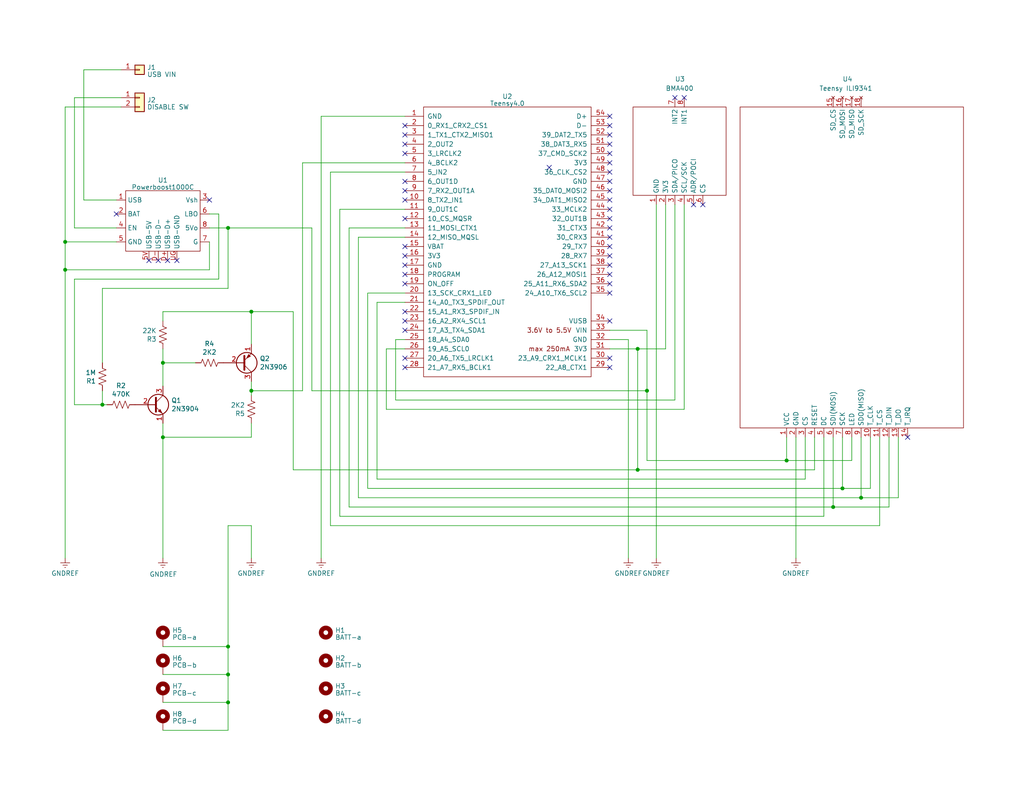
<source format=kicad_sch>
(kicad_sch (version 20230121) (generator eeschema)

  (uuid 40e83549-3702-4fa9-b9ab-1c775b6c5471)

  (paper "USLetter")

  (lib_symbols
    (symbol "Connector_Generic:Conn_01x01" (pin_names (offset 1.016) hide) (in_bom yes) (on_board yes)
      (property "Reference" "J" (at 0 2.54 0)
        (effects (font (size 1.27 1.27)))
      )
      (property "Value" "Conn_01x01" (at 0 -2.54 0)
        (effects (font (size 1.27 1.27)))
      )
      (property "Footprint" "" (at 0 0 0)
        (effects (font (size 1.27 1.27)) hide)
      )
      (property "Datasheet" "~" (at 0 0 0)
        (effects (font (size 1.27 1.27)) hide)
      )
      (property "ki_keywords" "connector" (at 0 0 0)
        (effects (font (size 1.27 1.27)) hide)
      )
      (property "ki_description" "Generic connector, single row, 01x01, script generated (kicad-library-utils/schlib/autogen/connector/)" (at 0 0 0)
        (effects (font (size 1.27 1.27)) hide)
      )
      (property "ki_fp_filters" "Connector*:*_1x??_*" (at 0 0 0)
        (effects (font (size 1.27 1.27)) hide)
      )
      (symbol "Conn_01x01_1_1"
        (rectangle (start -1.27 0.127) (end 0 -0.127)
          (stroke (width 0.1524) (type default))
          (fill (type none))
        )
        (rectangle (start -1.27 1.27) (end 1.27 -1.27)
          (stroke (width 0.254) (type default))
          (fill (type background))
        )
        (pin passive line (at -5.08 0 0) (length 3.81)
          (name "Pin_1" (effects (font (size 1.27 1.27))))
          (number "1" (effects (font (size 1.27 1.27))))
        )
      )
    )
    (symbol "Connector_Generic:Conn_01x02" (pin_names (offset 1.016) hide) (in_bom yes) (on_board yes)
      (property "Reference" "J" (at 0 2.54 0)
        (effects (font (size 1.27 1.27)))
      )
      (property "Value" "Conn_01x02" (at 0 -5.08 0)
        (effects (font (size 1.27 1.27)))
      )
      (property "Footprint" "" (at 0 0 0)
        (effects (font (size 1.27 1.27)) hide)
      )
      (property "Datasheet" "~" (at 0 0 0)
        (effects (font (size 1.27 1.27)) hide)
      )
      (property "ki_keywords" "connector" (at 0 0 0)
        (effects (font (size 1.27 1.27)) hide)
      )
      (property "ki_description" "Generic connector, single row, 01x02, script generated (kicad-library-utils/schlib/autogen/connector/)" (at 0 0 0)
        (effects (font (size 1.27 1.27)) hide)
      )
      (property "ki_fp_filters" "Connector*:*_1x??_*" (at 0 0 0)
        (effects (font (size 1.27 1.27)) hide)
      )
      (symbol "Conn_01x02_1_1"
        (rectangle (start -1.27 -2.413) (end 0 -2.667)
          (stroke (width 0.1524) (type default))
          (fill (type none))
        )
        (rectangle (start -1.27 0.127) (end 0 -0.127)
          (stroke (width 0.1524) (type default))
          (fill (type none))
        )
        (rectangle (start -1.27 1.27) (end 1.27 -3.81)
          (stroke (width 0.254) (type default))
          (fill (type background))
        )
        (pin passive line (at -5.08 0 0) (length 3.81)
          (name "Pin_1" (effects (font (size 1.27 1.27))))
          (number "1" (effects (font (size 1.27 1.27))))
        )
        (pin passive line (at -5.08 -2.54 0) (length 3.81)
          (name "Pin_2" (effects (font (size 1.27 1.27))))
          (number "2" (effects (font (size 1.27 1.27))))
        )
      )
    )
    (symbol "Device:R_US" (pin_numbers hide) (pin_names (offset 0)) (in_bom yes) (on_board yes)
      (property "Reference" "R" (at 2.54 0 90)
        (effects (font (size 1.27 1.27)))
      )
      (property "Value" "R_US" (at -2.54 0 90)
        (effects (font (size 1.27 1.27)))
      )
      (property "Footprint" "" (at 1.016 -0.254 90)
        (effects (font (size 1.27 1.27)) hide)
      )
      (property "Datasheet" "~" (at 0 0 0)
        (effects (font (size 1.27 1.27)) hide)
      )
      (property "ki_keywords" "R res resistor" (at 0 0 0)
        (effects (font (size 1.27 1.27)) hide)
      )
      (property "ki_description" "Resistor, US symbol" (at 0 0 0)
        (effects (font (size 1.27 1.27)) hide)
      )
      (property "ki_fp_filters" "R_*" (at 0 0 0)
        (effects (font (size 1.27 1.27)) hide)
      )
      (symbol "R_US_0_1"
        (polyline
          (pts
            (xy 0 -2.286)
            (xy 0 -2.54)
          )
          (stroke (width 0) (type default))
          (fill (type none))
        )
        (polyline
          (pts
            (xy 0 2.286)
            (xy 0 2.54)
          )
          (stroke (width 0) (type default))
          (fill (type none))
        )
        (polyline
          (pts
            (xy 0 -0.762)
            (xy 1.016 -1.143)
            (xy 0 -1.524)
            (xy -1.016 -1.905)
            (xy 0 -2.286)
          )
          (stroke (width 0) (type default))
          (fill (type none))
        )
        (polyline
          (pts
            (xy 0 0.762)
            (xy 1.016 0.381)
            (xy 0 0)
            (xy -1.016 -0.381)
            (xy 0 -0.762)
          )
          (stroke (width 0) (type default))
          (fill (type none))
        )
        (polyline
          (pts
            (xy 0 2.286)
            (xy 1.016 1.905)
            (xy 0 1.524)
            (xy -1.016 1.143)
            (xy 0 0.762)
          )
          (stroke (width 0) (type default))
          (fill (type none))
        )
      )
      (symbol "R_US_1_1"
        (pin passive line (at 0 3.81 270) (length 1.27)
          (name "~" (effects (font (size 1.27 1.27))))
          (number "1" (effects (font (size 1.27 1.27))))
        )
        (pin passive line (at 0 -3.81 90) (length 1.27)
          (name "~" (effects (font (size 1.27 1.27))))
          (number "2" (effects (font (size 1.27 1.27))))
        )
      )
    )
    (symbol "MJC:BMA400" (in_bom yes) (on_board yes)
      (property "Reference" "U" (at -17.78 -15.24 0)
        (effects (font (size 1.27 1.27)))
      )
      (property "Value" "BMA400" (at -17.78 -17.78 0)
        (effects (font (size 1.27 1.27)))
      )
      (property "Footprint" "" (at -17.78 -16.51 0)
        (effects (font (size 1.27 1.27)) hide)
      )
      (property "Datasheet" "" (at -17.78 -16.51 0)
        (effects (font (size 1.27 1.27)) hide)
      )
      (symbol "BMA400_0_1"
        (rectangle (start -12.7 -3.81) (end 12.7 -27.94)
          (stroke (width 0) (type default))
          (fill (type none))
        )
      )
      (symbol "BMA400_1_1"
        (pin power_in line (at -6.35 -30.48 90) (length 2.54)
          (name "GND" (effects (font (size 1.27 1.27))))
          (number "1" (effects (font (size 1.27 1.27))))
        )
        (pin power_in line (at -3.81 -30.48 90) (length 2.54)
          (name "3V3" (effects (font (size 1.27 1.27))))
          (number "2" (effects (font (size 1.27 1.27))))
        )
        (pin bidirectional line (at -1.27 -30.48 90) (length 2.54)
          (name "SDA/PICO" (effects (font (size 1.27 1.27))))
          (number "3" (effects (font (size 1.27 1.27))))
        )
        (pin input line (at 1.27 -30.48 90) (length 2.54)
          (name "SCL/SCK" (effects (font (size 1.27 1.27))))
          (number "4" (effects (font (size 1.27 1.27))))
        )
        (pin input line (at 3.81 -30.48 90) (length 2.54)
          (name "ADR/POCI" (effects (font (size 1.27 1.27))))
          (number "5" (effects (font (size 1.27 1.27))))
        )
        (pin input line (at 6.35 -30.48 90) (length 2.54)
          (name "CS" (effects (font (size 1.27 1.27))))
          (number "6" (effects (font (size 1.27 1.27))))
        )
        (pin output line (at -1.27 -1.27 270) (length 2.54)
          (name "INT2" (effects (font (size 1.27 1.27))))
          (number "7" (effects (font (size 1.27 1.27))))
        )
        (pin output line (at 1.27 -1.27 270) (length 2.54)
          (name "INT1" (effects (font (size 1.27 1.27))))
          (number "8" (effects (font (size 1.27 1.27))))
        )
      )
    )
    (symbol "MJC:Powerboost1000C" (in_bom yes) (on_board yes)
      (property "Reference" "U" (at 0 17.78 0)
        (effects (font (size 1.27 1.27)))
      )
      (property "Value" "Powerboost1000C" (at 0 15.0114 0)
        (effects (font (size 1.27 1.27)))
      )
      (property "Footprint" "" (at 0 16.51 0)
        (effects (font (size 1.27 1.27)) hide)
      )
      (property "Datasheet" "" (at 0 16.51 0)
        (effects (font (size 1.27 1.27)) hide)
      )
      (symbol "Powerboost1000C_0_1"
        (rectangle (start 10.16 12.7) (end -10.16 -3.81)
          (stroke (width 0) (type solid))
          (fill (type none))
        )
      )
      (symbol "Powerboost1000C_1_1"
        (pin power_in line (at -12.7 10.16 0) (length 2.54)
          (name "USB" (effects (font (size 1.27 1.27))))
          (number "1" (effects (font (size 1.27 1.27))))
        )
        (pin power_in line (at -12.7 6.35 0) (length 2.54)
          (name "BAT" (effects (font (size 1.27 1.27))))
          (number "2" (effects (font (size 1.27 1.27))))
        )
        (pin passive line (at 12.7 10.16 180) (length 2.54)
          (name "Vsh" (effects (font (size 1.27 1.27))))
          (number "3" (effects (font (size 1.27 1.27))))
        )
        (pin input line (at -12.7 2.54 0) (length 2.54)
          (name "EN" (effects (font (size 1.27 1.27))))
          (number "4" (effects (font (size 1.27 1.27))))
        )
        (pin passive line (at -12.7 -1.27 0) (length 2.54)
          (name "GND" (effects (font (size 1.27 1.27))))
          (number "5" (effects (font (size 1.27 1.27))))
        )
        (pin passive line (at -3.81 -6.35 90) (length 2.54)
          (name "USB-5V" (effects (font (size 1.27 1.27))))
          (number "5V" (effects (font (size 1.27 1.27))))
        )
        (pin output line (at 12.7 6.35 180) (length 2.54)
          (name "LBO" (effects (font (size 1.27 1.27))))
          (number "6" (effects (font (size 1.27 1.27))))
        )
        (pin passive line (at 12.7 -1.27 180) (length 2.54)
          (name "G" (effects (font (size 1.27 1.27))))
          (number "7" (effects (font (size 1.27 1.27))))
        )
        (pin power_out line (at 12.7 2.54 180) (length 2.54)
          (name "5Vo" (effects (font (size 1.27 1.27))))
          (number "8" (effects (font (size 1.27 1.27))))
        )
        (pin passive line (at 1.27 -6.35 90) (length 2.54)
          (name "USB-D+" (effects (font (size 1.27 1.27))))
          (number "D+" (effects (font (size 1.27 1.27))))
        )
        (pin passive line (at -1.27 -6.35 90) (length 2.54)
          (name "USB-D-" (effects (font (size 1.27 1.27))))
          (number "D-" (effects (font (size 1.27 1.27))))
        )
        (pin passive line (at 3.81 -6.35 90) (length 2.54)
          (name "USB-GND" (effects (font (size 1.27 1.27))))
          (number "UG" (effects (font (size 1.27 1.27))))
        )
      )
    )
    (symbol "Mechanical:MountingHole" (pin_names (offset 1.016)) (in_bom yes) (on_board yes)
      (property "Reference" "H" (at 0 5.08 0)
        (effects (font (size 1.27 1.27)))
      )
      (property "Value" "MountingHole" (at 0 3.175 0)
        (effects (font (size 1.27 1.27)))
      )
      (property "Footprint" "" (at 0 0 0)
        (effects (font (size 1.27 1.27)) hide)
      )
      (property "Datasheet" "~" (at 0 0 0)
        (effects (font (size 1.27 1.27)) hide)
      )
      (property "ki_keywords" "mounting hole" (at 0 0 0)
        (effects (font (size 1.27 1.27)) hide)
      )
      (property "ki_description" "Mounting Hole without connection" (at 0 0 0)
        (effects (font (size 1.27 1.27)) hide)
      )
      (property "ki_fp_filters" "MountingHole*" (at 0 0 0)
        (effects (font (size 1.27 1.27)) hide)
      )
      (symbol "MountingHole_0_1"
        (circle (center 0 0) (radius 1.27)
          (stroke (width 1.27) (type default))
          (fill (type none))
        )
      )
    )
    (symbol "Mechanical:MountingHole_Pad" (pin_numbers hide) (pin_names (offset 1.016) hide) (in_bom yes) (on_board yes)
      (property "Reference" "H" (at 0 6.35 0)
        (effects (font (size 1.27 1.27)))
      )
      (property "Value" "MountingHole_Pad" (at 0 4.445 0)
        (effects (font (size 1.27 1.27)))
      )
      (property "Footprint" "" (at 0 0 0)
        (effects (font (size 1.27 1.27)) hide)
      )
      (property "Datasheet" "~" (at 0 0 0)
        (effects (font (size 1.27 1.27)) hide)
      )
      (property "ki_keywords" "mounting hole" (at 0 0 0)
        (effects (font (size 1.27 1.27)) hide)
      )
      (property "ki_description" "Mounting Hole with connection" (at 0 0 0)
        (effects (font (size 1.27 1.27)) hide)
      )
      (property "ki_fp_filters" "MountingHole*Pad*" (at 0 0 0)
        (effects (font (size 1.27 1.27)) hide)
      )
      (symbol "MountingHole_Pad_0_1"
        (circle (center 0 1.27) (radius 1.27)
          (stroke (width 1.27) (type default))
          (fill (type none))
        )
      )
      (symbol "MountingHole_Pad_1_1"
        (pin input line (at 0 -2.54 90) (length 2.54)
          (name "1" (effects (font (size 1.27 1.27))))
          (number "1" (effects (font (size 1.27 1.27))))
        )
      )
    )
    (symbol "Transistor_BJT:2N3904" (pin_names (offset 0) hide) (in_bom yes) (on_board yes)
      (property "Reference" "Q" (at 5.08 1.905 0)
        (effects (font (size 1.27 1.27)) (justify left))
      )
      (property "Value" "2N3904" (at 5.08 0 0)
        (effects (font (size 1.27 1.27)) (justify left))
      )
      (property "Footprint" "Package_TO_SOT_THT:TO-92_Inline" (at 5.08 -1.905 0)
        (effects (font (size 1.27 1.27) italic) (justify left) hide)
      )
      (property "Datasheet" "https://www.onsemi.com/pub/Collateral/2N3903-D.PDF" (at 0 0 0)
        (effects (font (size 1.27 1.27)) (justify left) hide)
      )
      (property "ki_keywords" "NPN Transistor" (at 0 0 0)
        (effects (font (size 1.27 1.27)) hide)
      )
      (property "ki_description" "0.2A Ic, 40V Vce, Small Signal NPN Transistor, TO-92" (at 0 0 0)
        (effects (font (size 1.27 1.27)) hide)
      )
      (property "ki_fp_filters" "TO?92*" (at 0 0 0)
        (effects (font (size 1.27 1.27)) hide)
      )
      (symbol "2N3904_0_1"
        (polyline
          (pts
            (xy 0.635 0.635)
            (xy 2.54 2.54)
          )
          (stroke (width 0) (type default))
          (fill (type none))
        )
        (polyline
          (pts
            (xy 0.635 -0.635)
            (xy 2.54 -2.54)
            (xy 2.54 -2.54)
          )
          (stroke (width 0) (type default))
          (fill (type none))
        )
        (polyline
          (pts
            (xy 0.635 1.905)
            (xy 0.635 -1.905)
            (xy 0.635 -1.905)
          )
          (stroke (width 0.508) (type default))
          (fill (type none))
        )
        (polyline
          (pts
            (xy 1.27 -1.778)
            (xy 1.778 -1.27)
            (xy 2.286 -2.286)
            (xy 1.27 -1.778)
            (xy 1.27 -1.778)
          )
          (stroke (width 0) (type default))
          (fill (type outline))
        )
        (circle (center 1.27 0) (radius 2.8194)
          (stroke (width 0.254) (type default))
          (fill (type none))
        )
      )
      (symbol "2N3904_1_1"
        (pin passive line (at 2.54 -5.08 90) (length 2.54)
          (name "E" (effects (font (size 1.27 1.27))))
          (number "1" (effects (font (size 1.27 1.27))))
        )
        (pin passive line (at -5.08 0 0) (length 5.715)
          (name "B" (effects (font (size 1.27 1.27))))
          (number "2" (effects (font (size 1.27 1.27))))
        )
        (pin passive line (at 2.54 5.08 270) (length 2.54)
          (name "C" (effects (font (size 1.27 1.27))))
          (number "3" (effects (font (size 1.27 1.27))))
        )
      )
    )
    (symbol "Transistor_BJT:2N3906" (pin_names (offset 0) hide) (in_bom yes) (on_board yes)
      (property "Reference" "Q" (at 5.08 1.905 0)
        (effects (font (size 1.27 1.27)) (justify left))
      )
      (property "Value" "2N3906" (at 5.08 0 0)
        (effects (font (size 1.27 1.27)) (justify left))
      )
      (property "Footprint" "Package_TO_SOT_THT:TO-92_Inline" (at 5.08 -1.905 0)
        (effects (font (size 1.27 1.27) italic) (justify left) hide)
      )
      (property "Datasheet" "https://www.onsemi.com/pub/Collateral/2N3906-D.PDF" (at 0 0 0)
        (effects (font (size 1.27 1.27)) (justify left) hide)
      )
      (property "ki_keywords" "PNP Transistor" (at 0 0 0)
        (effects (font (size 1.27 1.27)) hide)
      )
      (property "ki_description" "-0.2A Ic, -40V Vce, Small Signal PNP Transistor, TO-92" (at 0 0 0)
        (effects (font (size 1.27 1.27)) hide)
      )
      (property "ki_fp_filters" "TO?92*" (at 0 0 0)
        (effects (font (size 1.27 1.27)) hide)
      )
      (symbol "2N3906_0_1"
        (polyline
          (pts
            (xy 0.635 0.635)
            (xy 2.54 2.54)
          )
          (stroke (width 0) (type default))
          (fill (type none))
        )
        (polyline
          (pts
            (xy 0.635 -0.635)
            (xy 2.54 -2.54)
            (xy 2.54 -2.54)
          )
          (stroke (width 0) (type default))
          (fill (type none))
        )
        (polyline
          (pts
            (xy 0.635 1.905)
            (xy 0.635 -1.905)
            (xy 0.635 -1.905)
          )
          (stroke (width 0.508) (type default))
          (fill (type none))
        )
        (polyline
          (pts
            (xy 2.286 -1.778)
            (xy 1.778 -2.286)
            (xy 1.27 -1.27)
            (xy 2.286 -1.778)
            (xy 2.286 -1.778)
          )
          (stroke (width 0) (type default))
          (fill (type outline))
        )
        (circle (center 1.27 0) (radius 2.8194)
          (stroke (width 0.254) (type default))
          (fill (type none))
        )
      )
      (symbol "2N3906_1_1"
        (pin passive line (at 2.54 -5.08 90) (length 2.54)
          (name "E" (effects (font (size 1.27 1.27))))
          (number "1" (effects (font (size 1.27 1.27))))
        )
        (pin input line (at -5.08 0 0) (length 5.715)
          (name "B" (effects (font (size 1.27 1.27))))
          (number "2" (effects (font (size 1.27 1.27))))
        )
        (pin passive line (at 2.54 5.08 270) (length 2.54)
          (name "C" (effects (font (size 1.27 1.27))))
          (number "3" (effects (font (size 1.27 1.27))))
        )
      )
    )
    (symbol "power:GNDREF" (power) (pin_names (offset 0)) (in_bom yes) (on_board yes)
      (property "Reference" "#PWR" (at 0 -6.35 0)
        (effects (font (size 1.27 1.27)) hide)
      )
      (property "Value" "GNDREF" (at 0 -3.81 0)
        (effects (font (size 1.27 1.27)))
      )
      (property "Footprint" "" (at 0 0 0)
        (effects (font (size 1.27 1.27)) hide)
      )
      (property "Datasheet" "" (at 0 0 0)
        (effects (font (size 1.27 1.27)) hide)
      )
      (property "ki_keywords" "global power" (at 0 0 0)
        (effects (font (size 1.27 1.27)) hide)
      )
      (property "ki_description" "Power symbol creates a global label with name \"GNDREF\" , reference supply ground" (at 0 0 0)
        (effects (font (size 1.27 1.27)) hide)
      )
      (symbol "GNDREF_0_1"
        (polyline
          (pts
            (xy -0.635 -1.905)
            (xy 0.635 -1.905)
          )
          (stroke (width 0) (type default))
          (fill (type none))
        )
        (polyline
          (pts
            (xy -0.127 -2.54)
            (xy 0.127 -2.54)
          )
          (stroke (width 0) (type default))
          (fill (type none))
        )
        (polyline
          (pts
            (xy 0 -1.27)
            (xy 0 0)
          )
          (stroke (width 0) (type default))
          (fill (type none))
        )
        (polyline
          (pts
            (xy 1.27 -1.27)
            (xy -1.27 -1.27)
          )
          (stroke (width 0) (type default))
          (fill (type none))
        )
      )
      (symbol "GNDREF_1_1"
        (pin power_in line (at 0 0 270) (length 0) hide
          (name "GNDREF" (effects (font (size 1.27 1.27))))
          (number "1" (effects (font (size 1.27 1.27))))
        )
      )
    )
    (symbol "teensy:Teensy4.0" (pin_names (offset 1.016)) (in_bom yes) (on_board yes)
      (property "Reference" "U" (at 0 39.37 0)
        (effects (font (size 1.27 1.27)))
      )
      (property "Value" "Teensy4.0" (at 0 -39.37 0)
        (effects (font (size 1.27 1.27)))
      )
      (property "Footprint" "" (at -10.16 5.08 0)
        (effects (font (size 1.27 1.27)) hide)
      )
      (property "Datasheet" "" (at -10.16 5.08 0)
        (effects (font (size 1.27 1.27)) hide)
      )
      (symbol "Teensy4.0_0_0"
        (text "3.6V to 5.5V" (at 11.43 -24.13 0)
          (effects (font (size 1.27 1.27)))
        )
        (text "max 250mA" (at 11.43 -29.21 0)
          (effects (font (size 1.27 1.27)))
        )
        (pin bidirectional line (at -27.94 11.43 0) (length 5.08)
          (name "8_TX2_IN1" (effects (font (size 1.27 1.27))))
          (number "10" (effects (font (size 1.27 1.27))))
        )
        (pin bidirectional line (at -27.94 8.89 0) (length 5.08)
          (name "9_OUT1C" (effects (font (size 1.27 1.27))))
          (number "11" (effects (font (size 1.27 1.27))))
        )
        (pin bidirectional line (at -27.94 6.35 0) (length 5.08)
          (name "10_CS_MQSR" (effects (font (size 1.27 1.27))))
          (number "12" (effects (font (size 1.27 1.27))))
        )
        (pin bidirectional line (at -27.94 3.81 0) (length 5.08)
          (name "11_MOSI_CTX1" (effects (font (size 1.27 1.27))))
          (number "13" (effects (font (size 1.27 1.27))))
        )
        (pin bidirectional line (at -27.94 1.27 0) (length 5.08)
          (name "12_MISO_MQSL" (effects (font (size 1.27 1.27))))
          (number "14" (effects (font (size 1.27 1.27))))
        )
        (pin power_in line (at -27.94 -1.27 0) (length 5.08)
          (name "VBAT" (effects (font (size 1.27 1.27))))
          (number "15" (effects (font (size 1.27 1.27))))
        )
        (pin power_in line (at -27.94 -3.81 0) (length 5.08)
          (name "3V3" (effects (font (size 1.27 1.27))))
          (number "16" (effects (font (size 1.27 1.27))))
        )
        (pin power_in line (at -27.94 -6.35 0) (length 5.08)
          (name "GND" (effects (font (size 1.27 1.27))))
          (number "17" (effects (font (size 1.27 1.27))))
        )
        (pin input line (at -27.94 -8.89 0) (length 5.08)
          (name "PROGRAM" (effects (font (size 1.27 1.27))))
          (number "18" (effects (font (size 1.27 1.27))))
        )
        (pin input line (at -27.94 -11.43 0) (length 5.08)
          (name "ON_OFF" (effects (font (size 1.27 1.27))))
          (number "19" (effects (font (size 1.27 1.27))))
        )
        (pin bidirectional line (at -27.94 -13.97 0) (length 5.08)
          (name "13_SCK_CRX1_LED" (effects (font (size 1.27 1.27))))
          (number "20" (effects (font (size 1.27 1.27))))
        )
        (pin bidirectional line (at -27.94 -16.51 0) (length 5.08)
          (name "14_A0_TX3_SPDIF_OUT" (effects (font (size 1.27 1.27))))
          (number "21" (effects (font (size 1.27 1.27))))
        )
        (pin bidirectional line (at -27.94 -19.05 0) (length 5.08)
          (name "15_A1_RX3_SPDIF_IN" (effects (font (size 1.27 1.27))))
          (number "22" (effects (font (size 1.27 1.27))))
        )
        (pin bidirectional line (at -27.94 -21.59 0) (length 5.08)
          (name "16_A2_RX4_SCL1" (effects (font (size 1.27 1.27))))
          (number "23" (effects (font (size 1.27 1.27))))
        )
        (pin bidirectional line (at -27.94 -24.13 0) (length 5.08)
          (name "17_A3_TX4_SDA1" (effects (font (size 1.27 1.27))))
          (number "24" (effects (font (size 1.27 1.27))))
        )
        (pin bidirectional line (at -27.94 -26.67 0) (length 5.08)
          (name "18_A4_SDA0" (effects (font (size 1.27 1.27))))
          (number "25" (effects (font (size 1.27 1.27))))
        )
        (pin bidirectional line (at -27.94 -29.21 0) (length 5.08)
          (name "19_A5_SCL0" (effects (font (size 1.27 1.27))))
          (number "26" (effects (font (size 1.27 1.27))))
        )
        (pin bidirectional line (at -27.94 -31.75 0) (length 5.08)
          (name "20_A6_TX5_LRCLK1" (effects (font (size 1.27 1.27))))
          (number "27" (effects (font (size 1.27 1.27))))
        )
        (pin bidirectional line (at -27.94 -34.29 0) (length 5.08)
          (name "21_A7_RX5_BCLK1" (effects (font (size 1.27 1.27))))
          (number "28" (effects (font (size 1.27 1.27))))
        )
        (pin bidirectional line (at 27.94 -34.29 180) (length 5.08)
          (name "22_A8_CTX1" (effects (font (size 1.27 1.27))))
          (number "29" (effects (font (size 1.27 1.27))))
        )
        (pin bidirectional line (at 27.94 -31.75 180) (length 5.08)
          (name "23_A9_CRX1_MCLK1" (effects (font (size 1.27 1.27))))
          (number "30" (effects (font (size 1.27 1.27))))
        )
        (pin power_out line (at 27.94 -29.21 180) (length 5.08)
          (name "3V3" (effects (font (size 1.27 1.27))))
          (number "31" (effects (font (size 1.27 1.27))))
        )
        (pin power_in line (at 27.94 -26.67 180) (length 5.08)
          (name "GND" (effects (font (size 1.27 1.27))))
          (number "32" (effects (font (size 1.27 1.27))))
        )
        (pin power_in line (at 27.94 -24.13 180) (length 5.08)
          (name "VIN" (effects (font (size 1.27 1.27))))
          (number "33" (effects (font (size 1.27 1.27))))
        )
        (pin power_out line (at 27.94 -21.59 180) (length 5.08)
          (name "VUSB" (effects (font (size 1.27 1.27))))
          (number "34" (effects (font (size 1.27 1.27))))
        )
        (pin bidirectional line (at 27.94 -13.97 180) (length 5.08)
          (name "24_A10_TX6_SCL2" (effects (font (size 1.27 1.27))))
          (number "35" (effects (font (size 1.27 1.27))))
        )
        (pin bidirectional line (at 27.94 -11.43 180) (length 5.08)
          (name "25_A11_RX6_SDA2" (effects (font (size 1.27 1.27))))
          (number "36" (effects (font (size 1.27 1.27))))
        )
        (pin bidirectional line (at 27.94 -8.89 180) (length 5.08)
          (name "26_A12_MOSI1" (effects (font (size 1.27 1.27))))
          (number "37" (effects (font (size 1.27 1.27))))
        )
        (pin bidirectional line (at 27.94 -6.35 180) (length 5.08)
          (name "27_A13_SCK1" (effects (font (size 1.27 1.27))))
          (number "38" (effects (font (size 1.27 1.27))))
        )
        (pin bidirectional line (at 27.94 -3.81 180) (length 5.08)
          (name "28_RX7" (effects (font (size 1.27 1.27))))
          (number "39" (effects (font (size 1.27 1.27))))
        )
        (pin bidirectional line (at 27.94 -1.27 180) (length 5.08)
          (name "29_TX7" (effects (font (size 1.27 1.27))))
          (number "40" (effects (font (size 1.27 1.27))))
        )
        (pin bidirectional line (at 27.94 1.27 180) (length 5.08)
          (name "30_CRX3" (effects (font (size 1.27 1.27))))
          (number "41" (effects (font (size 1.27 1.27))))
        )
        (pin bidirectional line (at 27.94 3.81 180) (length 5.08)
          (name "31_CTX3" (effects (font (size 1.27 1.27))))
          (number "42" (effects (font (size 1.27 1.27))))
        )
        (pin bidirectional line (at 27.94 6.35 180) (length 5.08)
          (name "32_OUT1B" (effects (font (size 1.27 1.27))))
          (number "43" (effects (font (size 1.27 1.27))))
        )
        (pin bidirectional line (at 27.94 8.89 180) (length 5.08)
          (name "33_MCLK2" (effects (font (size 1.27 1.27))))
          (number "44" (effects (font (size 1.27 1.27))))
        )
        (pin bidirectional line (at 27.94 11.43 180) (length 5.08)
          (name "34_DAT1_MISO2" (effects (font (size 1.27 1.27))))
          (number "45" (effects (font (size 1.27 1.27))))
        )
        (pin bidirectional line (at 27.94 13.97 180) (length 5.08)
          (name "35_DAT0_MOSI2" (effects (font (size 1.27 1.27))))
          (number "46" (effects (font (size 1.27 1.27))))
        )
        (pin power_in line (at 27.94 16.51 180) (length 5.08)
          (name "GND" (effects (font (size 1.27 1.27))))
          (number "47" (effects (font (size 1.27 1.27))))
        )
        (pin bidirectional line (at 27.94 19.05 180) (length 5.08)
          (name "36_CLK_CS2" (effects (font (size 1.27 1.27))))
          (number "48" (effects (font (size 1.27 1.27))))
        )
        (pin power_out line (at 27.94 21.59 180) (length 5.08)
          (name "3V3" (effects (font (size 1.27 1.27))))
          (number "49" (effects (font (size 1.27 1.27))))
        )
        (pin bidirectional line (at -27.94 24.13 0) (length 5.08)
          (name "3_LRCLK2" (effects (font (size 1.27 1.27))))
          (number "5" (effects (font (size 1.27 1.27))))
        )
        (pin bidirectional line (at 27.94 24.13 180) (length 5.08)
          (name "37_CMD_SCK2" (effects (font (size 1.27 1.27))))
          (number "50" (effects (font (size 1.27 1.27))))
        )
        (pin bidirectional line (at 27.94 26.67 180) (length 5.08)
          (name "38_DAT3_RX5" (effects (font (size 1.27 1.27))))
          (number "51" (effects (font (size 1.27 1.27))))
        )
        (pin bidirectional line (at 27.94 29.21 180) (length 5.08)
          (name "39_DAT2_TX5" (effects (font (size 1.27 1.27))))
          (number "52" (effects (font (size 1.27 1.27))))
        )
        (pin bidirectional line (at 27.94 31.75 180) (length 5.08)
          (name "D-" (effects (font (size 1.27 1.27))))
          (number "53" (effects (font (size 1.27 1.27))))
        )
        (pin bidirectional line (at 27.94 34.29 180) (length 5.08)
          (name "D+" (effects (font (size 1.27 1.27))))
          (number "54" (effects (font (size 1.27 1.27))))
        )
        (pin bidirectional line (at -27.94 21.59 0) (length 5.08)
          (name "4_BCLK2" (effects (font (size 1.27 1.27))))
          (number "6" (effects (font (size 1.27 1.27))))
        )
        (pin bidirectional line (at -27.94 19.05 0) (length 5.08)
          (name "5_IN2" (effects (font (size 1.27 1.27))))
          (number "7" (effects (font (size 1.27 1.27))))
        )
        (pin bidirectional line (at -27.94 16.51 0) (length 5.08)
          (name "6_OUT1D" (effects (font (size 1.27 1.27))))
          (number "8" (effects (font (size 1.27 1.27))))
        )
        (pin bidirectional line (at -27.94 13.97 0) (length 5.08)
          (name "7_RX2_OUT1A" (effects (font (size 1.27 1.27))))
          (number "9" (effects (font (size 1.27 1.27))))
        )
      )
      (symbol "Teensy4.0_0_1"
        (rectangle (start -22.86 36.83) (end 22.86 -36.83)
          (stroke (width 0) (type solid))
          (fill (type none))
        )
        (rectangle (start -20.32 -31.75) (end -20.32 -31.75)
          (stroke (width 0) (type solid))
          (fill (type none))
        )
      )
      (symbol "Teensy4.0_1_1"
        (pin power_in line (at -27.94 34.29 0) (length 5.08)
          (name "GND" (effects (font (size 1.27 1.27))))
          (number "1" (effects (font (size 1.27 1.27))))
        )
        (pin bidirectional line (at -27.94 31.75 0) (length 5.08)
          (name "0_RX1_CRX2_CS1" (effects (font (size 1.27 1.27))))
          (number "2" (effects (font (size 1.27 1.27))))
        )
        (pin bidirectional line (at -27.94 29.21 0) (length 5.08)
          (name "1_TX1_CTX2_MISO1" (effects (font (size 1.27 1.27))))
          (number "3" (effects (font (size 1.27 1.27))))
        )
        (pin bidirectional line (at -27.94 26.67 0) (length 5.08)
          (name "2_OUT2" (effects (font (size 1.27 1.27))))
          (number "4" (effects (font (size 1.27 1.27))))
        )
      )
    )
    (symbol "teensy:Teensy_ILI9341" (in_bom yes) (on_board yes)
      (property "Reference" "U" (at 0 1.27 0)
        (effects (font (size 1.27 1.27)))
      )
      (property "Value" "Teensy ILI9341" (at 0 0 0)
        (effects (font (size 1.27 1.27)))
      )
      (property "Footprint" "" (at 0 0 0)
        (effects (font (size 1.27 1.27)) hide)
      )
      (property "Datasheet" "" (at 0 0 0)
        (effects (font (size 1.27 1.27)) hide)
      )
      (symbol "Teensy_ILI9341_1_1"
        (rectangle (start -25.4 -2.54) (end 62.23 -63.5)
          (stroke (width 0) (type default))
          (fill (type none))
        )
        (pin power_in line (at -27.94 -15.24 0) (length 2.54)
          (name "VCC" (effects (font (size 1.27 1.27))))
          (number "1" (effects (font (size 1.27 1.27))))
        )
        (pin input line (at -27.94 -38.1 0) (length 2.54)
          (name "T_CLK" (effects (font (size 1.27 1.27))))
          (number "10" (effects (font (size 1.27 1.27))))
        )
        (pin input line (at -27.94 -40.64 0) (length 2.54)
          (name "T_CS" (effects (font (size 1.27 1.27))))
          (number "11" (effects (font (size 1.27 1.27))))
        )
        (pin input line (at -27.94 -43.18 0) (length 2.54)
          (name "T_DIN" (effects (font (size 1.27 1.27))))
          (number "12" (effects (font (size 1.27 1.27))))
        )
        (pin output line (at -27.94 -45.72 0) (length 2.54)
          (name "T_DO" (effects (font (size 1.27 1.27))))
          (number "13" (effects (font (size 1.27 1.27))))
        )
        (pin output line (at -27.94 -48.26 0) (length 2.54)
          (name "T_IRQ" (effects (font (size 1.27 1.27))))
          (number "14" (effects (font (size 1.27 1.27))))
        )
        (pin no_connect line (at 64.77 -27.94 180) (length 2.54)
          (name "SD_CS" (effects (font (size 1.27 1.27))))
          (number "15" (effects (font (size 1.27 1.27))))
        )
        (pin no_connect line (at 64.77 -30.48 180) (length 2.54)
          (name "SD_MOSI" (effects (font (size 1.27 1.27))))
          (number "16" (effects (font (size 1.27 1.27))))
        )
        (pin no_connect line (at 64.77 -33.02 180) (length 2.54)
          (name "SD_MISO" (effects (font (size 1.27 1.27))))
          (number "17" (effects (font (size 1.27 1.27))))
        )
        (pin no_connect line (at 64.77 -35.56 180) (length 2.54)
          (name "SD_SCK" (effects (font (size 1.27 1.27))))
          (number "18" (effects (font (size 1.27 1.27))))
        )
        (pin power_in line (at -27.94 -17.78 0) (length 2.54)
          (name "GND" (effects (font (size 1.27 1.27))))
          (number "2" (effects (font (size 1.27 1.27))))
        )
        (pin input line (at -27.94 -20.32 0) (length 2.54)
          (name "CS" (effects (font (size 1.27 1.27))))
          (number "3" (effects (font (size 1.27 1.27))))
        )
        (pin input line (at -27.94 -22.86 0) (length 2.54)
          (name "RESET" (effects (font (size 1.27 1.27))))
          (number "4" (effects (font (size 1.27 1.27))))
        )
        (pin input line (at -27.94 -25.4 0) (length 2.54)
          (name "DC" (effects (font (size 1.27 1.27))))
          (number "5" (effects (font (size 1.27 1.27))))
        )
        (pin input line (at -27.94 -27.94 0) (length 2.54)
          (name "SDI(MOSI)" (effects (font (size 1.27 1.27))))
          (number "6" (effects (font (size 1.27 1.27))))
        )
        (pin input line (at -27.94 -30.48 0) (length 2.54)
          (name "SCK" (effects (font (size 1.27 1.27))))
          (number "7" (effects (font (size 1.27 1.27))))
        )
        (pin input line (at -27.94 -33.02 0) (length 2.54)
          (name "LED" (effects (font (size 1.27 1.27))))
          (number "8" (effects (font (size 1.27 1.27))))
        )
        (pin output line (at -27.94 -35.56 0) (length 2.54)
          (name "SDO(MISO)" (effects (font (size 1.27 1.27))))
          (number "9" (effects (font (size 1.27 1.27))))
        )
      )
    )
  )

  (junction (at 17.78 66.04) (diameter 0) (color 0 0 0 0)
    (uuid 2473a28f-baae-4931-b25a-0d7b0365472f)
  )
  (junction (at 62.23 176.53) (diameter 0) (color 0 0 0 0)
    (uuid 408316ac-3295-4bbe-a771-63410263d1ca)
  )
  (junction (at 27.94 110.49) (diameter 0) (color 0 0 0 0)
    (uuid 4cd2c0ae-2524-4284-b940-533e8d4b0b62)
  )
  (junction (at 17.78 73.66) (diameter 0) (color 0 0 0 0)
    (uuid 4d0eb4dc-0213-4bbd-a24f-fcc6309f8ee4)
  )
  (junction (at 234.95 135.89) (diameter 0) (color 0 0 0 0)
    (uuid 55f59fc1-d50f-417a-879a-ba4befa6eaab)
  )
  (junction (at 44.45 99.06) (diameter 0) (color 0 0 0 0)
    (uuid 58d3e9a7-fa92-4c50-a145-b70428e37710)
  )
  (junction (at 68.58 106.68) (diameter 0) (color 0 0 0 0)
    (uuid 5cc168d1-2104-44b0-ab0f-ccf3d4ac64fa)
  )
  (junction (at 62.23 191.77) (diameter 0) (color 0 0 0 0)
    (uuid 61b153e3-1038-4aaa-a4e1-799b8eaa6412)
  )
  (junction (at 173.99 128.27) (diameter 0) (color 0 0 0 0)
    (uuid 7146bb69-59cd-4d28-8826-af2b2c68074e)
  )
  (junction (at 173.99 95.25) (diameter 0) (color 0 0 0 0)
    (uuid 81b8be08-d0fb-4f34-aa76-0158a63e919e)
  )
  (junction (at 62.23 184.15) (diameter 0) (color 0 0 0 0)
    (uuid 975541e4-158d-4919-b9ee-07a45dc1ebe0)
  )
  (junction (at 214.63 125.73) (diameter 0) (color 0 0 0 0)
    (uuid 98192a8f-f2be-4d9b-aa23-3a494e66efac)
  )
  (junction (at 227.33 138.43) (diameter 0) (color 0 0 0 0)
    (uuid 9a8ebbc5-0cf0-4837-a518-bd80cf278af3)
  )
  (junction (at 44.45 119.38) (diameter 0) (color 0 0 0 0)
    (uuid 9fa6d00a-1d66-48e2-aff1-b5b90888c677)
  )
  (junction (at 62.23 62.23) (diameter 0) (color 0 0 0 0)
    (uuid a04690b0-fe59-44f9-b90e-72c702316a17)
  )
  (junction (at 176.53 106.68) (diameter 0) (color 0 0 0 0)
    (uuid d4863880-2089-48c7-b1a6-f6a976a1c772)
  )
  (junction (at 68.58 85.09) (diameter 0) (color 0 0 0 0)
    (uuid d8488e59-d163-4391-9f8e-a1f85e284da6)
  )
  (junction (at 229.87 133.35) (diameter 0) (color 0 0 0 0)
    (uuid df1138e5-2f55-4152-8533-bbadf376b7bb)
  )

  (no_connect (at 110.49 39.37) (uuid 00e3bd24-e43a-4d02-abb6-83ede6004745))
  (no_connect (at 189.23 55.88) (uuid 0dc8fcaa-cef7-4609-a678-48e76f171c0b))
  (no_connect (at 166.37 44.45) (uuid 10022540-7415-45e3-99e9-6717cb67334e))
  (no_connect (at 191.77 55.88) (uuid 1278580c-4ab4-4568-b0ab-3267c10cd1dc))
  (no_connect (at 110.49 87.63) (uuid 12c47940-8226-4a4c-ac02-17fbe12bf59a))
  (no_connect (at 166.37 54.61) (uuid 1b24faed-604c-487a-b232-089b9ea8f4a0))
  (no_connect (at 166.37 59.69) (uuid 1c9a19a3-9f2f-4918-a43e-d47a563b9d98))
  (no_connect (at 166.37 52.07) (uuid 26435458-1696-40b0-9035-efb4c3a2d28d))
  (no_connect (at 43.18 71.12) (uuid 317bd331-cf41-4044-8340-078797a706c7))
  (no_connect (at 110.49 90.17) (uuid 3262e639-8ba6-4fc1-870b-78baf7ed4148))
  (no_connect (at 186.69 26.67) (uuid 345dcd38-ae01-4091-9317-8c30a77ebbdf))
  (no_connect (at 110.49 59.69) (uuid 3560d2e7-ea2c-4edf-b9ab-9bd8c8b27e18))
  (no_connect (at 110.49 34.29) (uuid 35de18d9-676f-48c7-b9b5-c094d9a91356))
  (no_connect (at 110.49 72.39) (uuid 3ed74640-9733-4724-a5cf-2e3e9210f9b2))
  (no_connect (at 166.37 67.31) (uuid 4f180ea5-7f8c-4308-be2f-d763fceb02e7))
  (no_connect (at 166.37 64.77) (uuid 55a5ca5b-3ab2-4e9b-a40a-2463390218ea))
  (no_connect (at 45.72 71.12) (uuid 5d7054c8-d07a-408e-89a4-917676ce1a2c))
  (no_connect (at 166.37 97.79) (uuid 612295ee-635a-4c8e-9a91-918b7703dbe4))
  (no_connect (at 247.65 119.38) (uuid 66165e3a-f6b0-42c3-b046-8aba128c9853))
  (no_connect (at 166.37 39.37) (uuid 70177484-e4d0-4de9-9686-8b1b81e89391))
  (no_connect (at 57.15 54.61) (uuid 72c4d688-e5d4-4f5b-a48e-fbc3bc76368b))
  (no_connect (at 166.37 62.23) (uuid 78aff4f0-352a-4fc3-a067-31bc1d27bb67))
  (no_connect (at 110.49 36.83) (uuid 836ceb2c-9959-4baf-8256-665768973727))
  (no_connect (at 110.49 52.07) (uuid 849156bc-ee35-4487-887e-69ceea8472a8))
  (no_connect (at 110.49 74.93) (uuid 85b4ca9c-a6c5-4243-8afb-7a49b5ba046d))
  (no_connect (at 166.37 87.63) (uuid 8a2ac981-1861-4220-a85c-451242aa98f8))
  (no_connect (at 166.37 80.01) (uuid 8b567786-3132-41cf-82f5-000e5ea70c09))
  (no_connect (at 40.64 71.12) (uuid 8bf6ec8b-8aef-445a-8d70-0181060db261))
  (no_connect (at 110.49 97.79) (uuid 911d5ae5-d683-46d9-b38e-584c7e8792e5))
  (no_connect (at 166.37 77.47) (uuid 91729224-2774-40b2-ac1d-14164a22e842))
  (no_connect (at 166.37 46.99) (uuid 97dcdc73-41ef-49e3-88b9-b199fdb4c0fb))
  (no_connect (at 110.49 41.91) (uuid 990d5aa9-bcb0-4879-a92e-f31eba8a6209))
  (no_connect (at 166.37 100.33) (uuid a35969f0-8a3c-4603-af9b-9a2ea3a79795))
  (no_connect (at 110.49 69.85) (uuid adf1b8a3-47cd-410d-81cd-9798e58acaf6))
  (no_connect (at 166.37 69.85) (uuid b00b15b6-ce3d-40d3-8aa8-113ece3c68be))
  (no_connect (at 166.37 74.93) (uuid b3c1f008-5c82-4db7-91ca-68c0b0cea435))
  (no_connect (at 110.49 85.09) (uuid b52c70b8-78bd-4ac0-9f12-4013982fe536))
  (no_connect (at 166.37 57.15) (uuid b9707865-21a7-4ecc-8ca6-d731f60ae97c))
  (no_connect (at 149.86 45.72) (uuid c3873e1e-1cc3-4ac5-9b63-39bfb5db3347))
  (no_connect (at 166.37 41.91) (uuid c9bd1f2e-5c36-4385-8ef0-581df3aa45e4))
  (no_connect (at 31.75 58.42) (uuid cbe0d9f7-88cf-4405-b28f-7a90c736bcb3))
  (no_connect (at 166.37 72.39) (uuid cc695e4c-81df-482f-93f6-c07938a36e3d))
  (no_connect (at 166.37 31.75) (uuid d29ef1af-9cda-4ebc-8e64-8d17ca005931))
  (no_connect (at 110.49 49.53) (uuid d3ed67cc-bfca-4599-aa22-87f971c09b86))
  (no_connect (at 166.37 49.53) (uuid de7e9a59-089c-4299-a0d7-8105834492ae))
  (no_connect (at 166.37 34.29) (uuid df86973d-1eff-4404-9f54-fc28ccb29d3f))
  (no_connect (at 110.49 54.61) (uuid e077c93c-daba-4537-b340-81f52864f5ee))
  (no_connect (at 110.49 100.33) (uuid e2ebac18-ea44-4969-9cba-450390ea3388))
  (no_connect (at 110.49 67.31) (uuid e525cdfc-f939-483f-bdf8-c008c0caf3f0))
  (no_connect (at 48.26 71.12) (uuid eadb0b79-80f5-42b2-b57a-b411cf056854))
  (no_connect (at 110.49 77.47) (uuid f2a60a6c-e45c-41b7-8b64-db0588fd240a))
  (no_connect (at 166.37 36.83) (uuid f730f201-ba05-4b9c-b406-2c05cdc7064e))
  (no_connect (at 184.15 26.67) (uuid fd60f17d-97d6-4d39-9a1f-54a135947813))

  (wire (pts (xy 62.23 176.53) (xy 62.23 184.15))
    (stroke (width 0) (type default))
    (uuid 0044a984-1043-4305-bb72-3f04e8533556)
  )
  (wire (pts (xy 53.34 99.06) (xy 44.45 99.06))
    (stroke (width 0) (type default))
    (uuid 00b0a9cd-d95f-4a74-b965-2f934d628fa2)
  )
  (wire (pts (xy 22.86 54.61) (xy 31.75 54.61))
    (stroke (width 0) (type default))
    (uuid 01ad5cf1-ee3b-444f-999a-989f3b5235a8)
  )
  (wire (pts (xy 22.86 19.05) (xy 22.86 54.61))
    (stroke (width 0) (type default))
    (uuid 07122198-5255-4976-a3c6-03d8636bad58)
  )
  (wire (pts (xy 181.61 95.25) (xy 181.61 55.88))
    (stroke (width 0) (type default))
    (uuid 0720cbf9-3e58-4423-8cae-5aca2807d0b6)
  )
  (wire (pts (xy 62.23 62.23) (xy 85.09 62.23))
    (stroke (width 0) (type default))
    (uuid 080485fd-5556-4cbb-b59e-c898012a2e27)
  )
  (wire (pts (xy 44.45 115.57) (xy 44.45 119.38))
    (stroke (width 0) (type default))
    (uuid 0c057610-95d3-4e45-9001-6e047a58b07c)
  )
  (wire (pts (xy 105.41 95.25) (xy 110.49 95.25))
    (stroke (width 0) (type default))
    (uuid 0c7ccfe3-a002-449a-a573-1df71af5c522)
  )
  (wire (pts (xy 27.94 106.68) (xy 27.94 110.49))
    (stroke (width 0) (type default))
    (uuid 0d90f681-9c9b-45d8-ab76-3b2f83360d0b)
  )
  (wire (pts (xy 229.87 119.38) (xy 229.87 133.35))
    (stroke (width 0) (type default))
    (uuid 0fe5817c-e83a-404d-a293-3b698bfb0c53)
  )
  (wire (pts (xy 92.71 57.15) (xy 110.49 57.15))
    (stroke (width 0) (type default))
    (uuid 106b5a86-8c32-4279-bfd0-f93327fb9cce)
  )
  (wire (pts (xy 100.33 133.35) (xy 229.87 133.35))
    (stroke (width 0) (type default))
    (uuid 12f747ca-13ba-4000-9395-db0c6de28217)
  )
  (wire (pts (xy 176.53 90.17) (xy 176.53 106.68))
    (stroke (width 0) (type default))
    (uuid 15460ed3-71b8-486e-bfed-02399e4abbae)
  )
  (wire (pts (xy 44.45 191.77) (xy 62.23 191.77))
    (stroke (width 0) (type default))
    (uuid 1713c394-bb46-45c5-b08a-a1bc9e8eb2f1)
  )
  (wire (pts (xy 44.45 184.15) (xy 62.23 184.15))
    (stroke (width 0) (type default))
    (uuid 1810a30e-22a8-4fa4-a00d-f25e04af0bef)
  )
  (wire (pts (xy 44.45 119.38) (xy 68.58 119.38))
    (stroke (width 0) (type default))
    (uuid 197a20d6-00ae-4b79-8c41-7127c02f8faf)
  )
  (wire (pts (xy 240.03 119.38) (xy 240.03 143.51))
    (stroke (width 0) (type default))
    (uuid 1c551d1a-be4e-4261-9b26-f808b7b65ef0)
  )
  (wire (pts (xy 217.17 119.38) (xy 217.17 152.4))
    (stroke (width 0) (type default))
    (uuid 247f0799-3cb1-4d58-a4d6-070ba83a2def)
  )
  (wire (pts (xy 95.25 62.23) (xy 95.25 138.43))
    (stroke (width 0) (type default))
    (uuid 24b0be55-a8b7-4719-b56b-4e9b76139036)
  )
  (wire (pts (xy 44.45 176.53) (xy 62.23 176.53))
    (stroke (width 0) (type default))
    (uuid 273fae76-dee1-4001-bcb9-8abe5dce15a2)
  )
  (wire (pts (xy 176.53 125.73) (xy 214.63 125.73))
    (stroke (width 0) (type default))
    (uuid 27c7b02c-18a6-4b53-bb0f-867e0b0c29a8)
  )
  (wire (pts (xy 17.78 66.04) (xy 17.78 73.66))
    (stroke (width 0) (type default))
    (uuid 2e470276-58e3-4fda-9352-e925229073cb)
  )
  (wire (pts (xy 166.37 95.25) (xy 173.99 95.25))
    (stroke (width 0) (type default))
    (uuid 2eab2ad8-ae00-4efd-a808-80e3b34b14a4)
  )
  (wire (pts (xy 68.58 106.68) (xy 82.55 106.68))
    (stroke (width 0) (type default))
    (uuid 2f7b9855-361b-48b0-8b25-2748239d565a)
  )
  (wire (pts (xy 95.25 62.23) (xy 110.49 62.23))
    (stroke (width 0) (type default))
    (uuid 346b7da2-9a66-45e3-a60c-8cffdb1fcebe)
  )
  (wire (pts (xy 17.78 66.04) (xy 31.75 66.04))
    (stroke (width 0) (type default))
    (uuid 37045c61-24a5-4551-9016-073142a7e5ca)
  )
  (wire (pts (xy 59.69 58.42) (xy 59.69 76.2))
    (stroke (width 0) (type default))
    (uuid 38143f76-7266-4e76-8a9b-6f8ab7bbb5a4)
  )
  (wire (pts (xy 62.23 184.15) (xy 62.23 191.77))
    (stroke (width 0) (type default))
    (uuid 3c0c16a5-e56d-44bf-932d-130df2b0b9a9)
  )
  (wire (pts (xy 57.15 66.04) (xy 57.15 73.66))
    (stroke (width 0) (type default))
    (uuid 3debdad9-ae26-4a3a-a757-cd61786cc093)
  )
  (wire (pts (xy 68.58 85.09) (xy 68.58 93.98))
    (stroke (width 0) (type default))
    (uuid 417a6c1f-ec20-4047-892c-0b1c8d57025c)
  )
  (wire (pts (xy 27.94 78.74) (xy 27.94 99.06))
    (stroke (width 0) (type default))
    (uuid 4526e5fa-29f5-4be8-bbd9-da86c6ace5bc)
  )
  (wire (pts (xy 219.71 119.38) (xy 219.71 130.81))
    (stroke (width 0) (type default))
    (uuid 47b5b669-2178-41b4-8334-7e16160073c3)
  )
  (wire (pts (xy 20.32 110.49) (xy 27.94 110.49))
    (stroke (width 0) (type default))
    (uuid 499d86b3-9ff9-4b94-90d5-14e2776cc28c)
  )
  (wire (pts (xy 80.01 128.27) (xy 173.99 128.27))
    (stroke (width 0) (type default))
    (uuid 50814639-7de5-4243-a283-64d212bc1c72)
  )
  (wire (pts (xy 90.17 46.99) (xy 90.17 143.51))
    (stroke (width 0) (type default))
    (uuid 5452c31f-77de-445e-a9a3-eceee67c31d3)
  )
  (wire (pts (xy 82.55 44.45) (xy 110.49 44.45))
    (stroke (width 0) (type default))
    (uuid 565db05e-edbd-40a8-b91b-44505e3cc59c)
  )
  (wire (pts (xy 90.17 143.51) (xy 240.03 143.51))
    (stroke (width 0) (type default))
    (uuid 56c82984-a5ca-4eec-91bd-b0dbcb3107db)
  )
  (wire (pts (xy 17.78 73.66) (xy 17.78 152.4))
    (stroke (width 0) (type default))
    (uuid 59b4bd05-2f6f-4ea5-9f82-7f1d1c2648d3)
  )
  (wire (pts (xy 102.87 130.81) (xy 219.71 130.81))
    (stroke (width 0) (type default))
    (uuid 5d28e620-e3ef-47fe-afde-a83634c4497c)
  )
  (wire (pts (xy 100.33 80.01) (xy 110.49 80.01))
    (stroke (width 0) (type default))
    (uuid 5db78976-f0f0-4889-af49-3130fb2d9dba)
  )
  (wire (pts (xy 44.45 95.25) (xy 44.45 99.06))
    (stroke (width 0) (type default))
    (uuid 641e4e2c-12f5-459e-8a94-7aaa526b7850)
  )
  (wire (pts (xy 62.23 143.51) (xy 62.23 176.53))
    (stroke (width 0) (type default))
    (uuid 655352be-637a-424c-ae2f-54eee7950a58)
  )
  (wire (pts (xy 87.63 31.75) (xy 110.49 31.75))
    (stroke (width 0) (type default))
    (uuid 677ccd01-52d2-42f6-85a7-8cf0cf580e8a)
  )
  (wire (pts (xy 214.63 119.38) (xy 214.63 125.73))
    (stroke (width 0) (type default))
    (uuid 69291ef6-c210-4e1c-b6eb-b4c11cca00d0)
  )
  (wire (pts (xy 57.15 62.23) (xy 62.23 62.23))
    (stroke (width 0) (type default))
    (uuid 6c73d004-def8-4a8a-8764-e79e8cb01374)
  )
  (wire (pts (xy 62.23 199.39) (xy 44.45 199.39))
    (stroke (width 0) (type default))
    (uuid 6d45e59a-78db-4a69-8ca1-5b0533e6e4d8)
  )
  (wire (pts (xy 245.11 119.38) (xy 245.11 135.89))
    (stroke (width 0) (type default))
    (uuid 6f962edd-5e99-4660-ac8b-88b28b75a5dc)
  )
  (wire (pts (xy 97.79 135.89) (xy 234.95 135.89))
    (stroke (width 0) (type default))
    (uuid 6f9c3566-8d1f-496e-a843-78fafec406d0)
  )
  (wire (pts (xy 186.69 55.88) (xy 186.69 111.76))
    (stroke (width 0) (type default))
    (uuid 72fab3af-966a-440e-8d40-f06f024d9dcd)
  )
  (wire (pts (xy 237.49 119.38) (xy 237.49 133.35))
    (stroke (width 0) (type default))
    (uuid 75130d8d-7360-419f-a923-0831b43296e0)
  )
  (wire (pts (xy 62.23 191.77) (xy 62.23 199.39))
    (stroke (width 0) (type default))
    (uuid 786f9dfd-e35d-48ae-bfaa-757adf2b3e27)
  )
  (wire (pts (xy 17.78 73.66) (xy 57.15 73.66))
    (stroke (width 0) (type default))
    (uuid 79431d06-b5aa-42a4-a270-286b4441d8a3)
  )
  (wire (pts (xy 229.87 133.35) (xy 237.49 133.35))
    (stroke (width 0) (type default))
    (uuid 7959a8cf-5438-4fd2-b842-c82d1ba3372e)
  )
  (wire (pts (xy 68.58 85.09) (xy 80.01 85.09))
    (stroke (width 0) (type default))
    (uuid 79dac3dd-8f4d-4f5c-8136-d131d528389e)
  )
  (wire (pts (xy 107.95 92.71) (xy 110.49 92.71))
    (stroke (width 0) (type default))
    (uuid 7aa8e85f-f23e-4a5c-8fd1-fa5ffa270108)
  )
  (wire (pts (xy 234.95 135.89) (xy 245.11 135.89))
    (stroke (width 0) (type default))
    (uuid 82d64e4e-b85a-4330-8eea-7b74f4be8b28)
  )
  (wire (pts (xy 214.63 125.73) (xy 232.41 125.73))
    (stroke (width 0) (type default))
    (uuid 84c99482-b4bd-4ee9-a60b-833d970ab996)
  )
  (wire (pts (xy 85.09 106.68) (xy 176.53 106.68))
    (stroke (width 0) (type default))
    (uuid 85441df2-2d72-4d13-9d68-4dafb35e7f82)
  )
  (wire (pts (xy 100.33 80.01) (xy 100.33 133.35))
    (stroke (width 0) (type default))
    (uuid 85471912-d4de-4d03-84e9-79046420eede)
  )
  (wire (pts (xy 234.95 119.38) (xy 234.95 135.89))
    (stroke (width 0) (type default))
    (uuid 86805574-87a8-47b3-9aef-0f8a3bcc2fab)
  )
  (wire (pts (xy 17.78 29.21) (xy 17.78 66.04))
    (stroke (width 0) (type default))
    (uuid 878b684c-f0e1-4852-bf71-54e09a2c3a49)
  )
  (wire (pts (xy 17.78 29.21) (xy 33.02 29.21))
    (stroke (width 0) (type default))
    (uuid 89384d70-bfff-4b17-bd2d-881c6140549a)
  )
  (wire (pts (xy 173.99 95.25) (xy 173.99 128.27))
    (stroke (width 0) (type default))
    (uuid 910d03b3-cd84-4c8b-baed-3965f1b6131f)
  )
  (wire (pts (xy 22.86 19.05) (xy 33.02 19.05))
    (stroke (width 0) (type default))
    (uuid 921e5caa-f587-46ba-86bc-fbc894c972ea)
  )
  (wire (pts (xy 179.07 55.88) (xy 179.07 152.4))
    (stroke (width 0) (type default))
    (uuid 92bada4d-31db-45f1-964a-0bfc1f92c514)
  )
  (wire (pts (xy 105.41 95.25) (xy 105.41 111.76))
    (stroke (width 0) (type default))
    (uuid 94018539-bd6b-4e02-8050-6cd9209e5f3d)
  )
  (wire (pts (xy 166.37 92.71) (xy 171.45 92.71))
    (stroke (width 0) (type default))
    (uuid 94c20d41-c1ce-4bb6-bc30-0a1c05b87d31)
  )
  (wire (pts (xy 87.63 31.75) (xy 87.63 152.4))
    (stroke (width 0) (type default))
    (uuid 95033923-73ec-4257-a7ff-0c511ff38912)
  )
  (wire (pts (xy 44.45 87.63) (xy 44.45 85.09))
    (stroke (width 0) (type default))
    (uuid 95da4729-7e74-4bab-a1a9-46f0982b0302)
  )
  (wire (pts (xy 95.25 138.43) (xy 227.33 138.43))
    (stroke (width 0) (type default))
    (uuid 9d552b28-4e86-434c-b636-651d5a71315e)
  )
  (wire (pts (xy 27.94 78.74) (xy 62.23 78.74))
    (stroke (width 0) (type default))
    (uuid 9ebac673-66ec-414e-bd7c-485d182d947d)
  )
  (wire (pts (xy 242.57 119.38) (xy 242.57 138.43))
    (stroke (width 0) (type default))
    (uuid 9fa1366f-1f0f-4e5a-b549-dfbcea0ed312)
  )
  (wire (pts (xy 44.45 99.06) (xy 44.45 105.41))
    (stroke (width 0) (type default))
    (uuid a0b15f17-1229-4a5e-8628-0ff43544ab6f)
  )
  (wire (pts (xy 176.53 106.68) (xy 176.53 125.73))
    (stroke (width 0) (type default))
    (uuid a1d8c9bb-7b0f-4314-b3d8-8dca7ee7e1e4)
  )
  (wire (pts (xy 27.94 110.49) (xy 29.21 110.49))
    (stroke (width 0) (type default))
    (uuid a4f6f6e3-a92a-49d8-9631-50d728c845f1)
  )
  (wire (pts (xy 166.37 90.17) (xy 176.53 90.17))
    (stroke (width 0) (type default))
    (uuid a5b4f02c-e4a8-401d-9296-9ea94bcc9ffd)
  )
  (wire (pts (xy 107.95 92.71) (xy 107.95 109.22))
    (stroke (width 0) (type default))
    (uuid a67e68e3-eaf4-42cb-88f3-2b2ca46e6270)
  )
  (wire (pts (xy 105.41 111.76) (xy 186.69 111.76))
    (stroke (width 0) (type default))
    (uuid a7e66448-7ff2-4dbc-87d3-30d0b8401e1f)
  )
  (wire (pts (xy 97.79 64.77) (xy 110.49 64.77))
    (stroke (width 0) (type default))
    (uuid a87663cb-746a-4967-8cd3-ef3de2701510)
  )
  (wire (pts (xy 102.87 82.55) (xy 102.87 130.81))
    (stroke (width 0) (type default))
    (uuid ac1a3a09-d8bd-4431-a385-df53e9313bcf)
  )
  (wire (pts (xy 62.23 143.51) (xy 68.58 143.51))
    (stroke (width 0) (type default))
    (uuid afdca374-c1e7-474f-8b1e-7e8cef212ce6)
  )
  (wire (pts (xy 20.32 26.67) (xy 33.02 26.67))
    (stroke (width 0) (type default))
    (uuid b182df76-9834-4260-ace9-1a8e0a25d92d)
  )
  (wire (pts (xy 173.99 95.25) (xy 181.61 95.25))
    (stroke (width 0) (type default))
    (uuid b21623e2-531b-4209-be8d-958a5dd1e1f5)
  )
  (wire (pts (xy 68.58 106.68) (xy 68.58 107.95))
    (stroke (width 0) (type default))
    (uuid b59fbc4a-a82a-4232-8e30-d037fc47a55e)
  )
  (wire (pts (xy 62.23 62.23) (xy 62.23 78.74))
    (stroke (width 0) (type default))
    (uuid b775104d-52a8-4899-99dc-9fa7d6b7952d)
  )
  (wire (pts (xy 80.01 85.09) (xy 80.01 128.27))
    (stroke (width 0) (type default))
    (uuid be0b2ca1-9371-4d50-81f7-4400fb105f4b)
  )
  (wire (pts (xy 20.32 62.23) (xy 31.75 62.23))
    (stroke (width 0) (type default))
    (uuid c1084f9c-6ae6-4192-9b89-5857b2bbdf79)
  )
  (wire (pts (xy 107.95 109.22) (xy 184.15 109.22))
    (stroke (width 0) (type default))
    (uuid c329fc3a-9a1f-43fd-b318-776aed60cf10)
  )
  (wire (pts (xy 20.32 76.2) (xy 59.69 76.2))
    (stroke (width 0) (type default))
    (uuid c46e908e-a72b-4b55-b283-ea3c625f5cb4)
  )
  (wire (pts (xy 20.32 76.2) (xy 20.32 110.49))
    (stroke (width 0) (type default))
    (uuid c46f4f41-ac19-4e51-b291-c35c01059de8)
  )
  (wire (pts (xy 97.79 64.77) (xy 97.79 135.89))
    (stroke (width 0) (type default))
    (uuid c8f2bf1c-7d73-4c01-a136-d58ab3583eb9)
  )
  (wire (pts (xy 59.69 58.42) (xy 57.15 58.42))
    (stroke (width 0) (type default))
    (uuid c91ebe9d-f675-4a77-88b3-742fe23b6969)
  )
  (wire (pts (xy 82.55 44.45) (xy 82.55 106.68))
    (stroke (width 0) (type default))
    (uuid cdcf657a-f62c-4eb6-9766-13f606793c51)
  )
  (wire (pts (xy 92.71 57.15) (xy 92.71 140.97))
    (stroke (width 0) (type default))
    (uuid d30c911f-6482-46cf-b475-84d93c8722bc)
  )
  (wire (pts (xy 44.45 119.38) (xy 44.45 152.4))
    (stroke (width 0) (type default))
    (uuid d3408d1e-91ce-4667-bbed-33922f73a3a7)
  )
  (wire (pts (xy 173.99 128.27) (xy 222.25 128.27))
    (stroke (width 0) (type default))
    (uuid d56261ab-4ad1-45aa-bff6-e73eb72f856f)
  )
  (wire (pts (xy 232.41 119.38) (xy 232.41 125.73))
    (stroke (width 0) (type default))
    (uuid dbd7de9c-2266-4cc3-890b-3746be49817b)
  )
  (wire (pts (xy 68.58 119.38) (xy 68.58 115.57))
    (stroke (width 0) (type default))
    (uuid dc8707ca-fb16-4a89-bb94-bcfa69ae5883)
  )
  (wire (pts (xy 85.09 62.23) (xy 85.09 106.68))
    (stroke (width 0) (type default))
    (uuid e2d18a03-dbd5-4822-91ac-67b9669aa96b)
  )
  (wire (pts (xy 224.79 119.38) (xy 224.79 140.97))
    (stroke (width 0) (type default))
    (uuid e6f8a91b-cd1c-4a33-b350-f29ece71b378)
  )
  (wire (pts (xy 90.17 46.99) (xy 110.49 46.99))
    (stroke (width 0) (type default))
    (uuid e77270dd-e17a-47a4-b55d-fd769cb3fa8b)
  )
  (wire (pts (xy 184.15 55.88) (xy 184.15 109.22))
    (stroke (width 0) (type default))
    (uuid e97b3626-0969-4201-9dd0-92d94e34b3f6)
  )
  (wire (pts (xy 171.45 92.71) (xy 171.45 152.4))
    (stroke (width 0) (type default))
    (uuid e9b29a9d-ea22-4732-9495-5148dd7c50e1)
  )
  (wire (pts (xy 20.32 26.67) (xy 20.32 62.23))
    (stroke (width 0) (type default))
    (uuid ea69896a-7a43-4f66-b790-6e1b4aec290f)
  )
  (wire (pts (xy 44.45 85.09) (xy 68.58 85.09))
    (stroke (width 0) (type default))
    (uuid eec5ed43-a75c-43fb-875e-5559f70bae9d)
  )
  (wire (pts (xy 92.71 140.97) (xy 224.79 140.97))
    (stroke (width 0) (type default))
    (uuid f2aff3b1-a2d4-4f81-b3ce-440e86d60c52)
  )
  (wire (pts (xy 222.25 119.38) (xy 222.25 128.27))
    (stroke (width 0) (type default))
    (uuid f5ad349f-f083-4fef-bac2-96b7e5c2bd68)
  )
  (wire (pts (xy 68.58 104.14) (xy 68.58 106.68))
    (stroke (width 0) (type default))
    (uuid f64c2fd5-430d-42bc-858e-98d7a585586b)
  )
  (wire (pts (xy 227.33 119.38) (xy 227.33 138.43))
    (stroke (width 0) (type default))
    (uuid f678dc47-fe65-41c5-8637-e131929f9bab)
  )
  (wire (pts (xy 102.87 82.55) (xy 110.49 82.55))
    (stroke (width 0) (type default))
    (uuid fc21406c-5410-46e3-a691-1f1106171267)
  )
  (wire (pts (xy 68.58 143.51) (xy 68.58 152.4))
    (stroke (width 0) (type default))
    (uuid fc717ebe-eb5c-41f8-ac26-a8d3c2798e8e)
  )
  (wire (pts (xy 227.33 138.43) (xy 242.57 138.43))
    (stroke (width 0) (type default))
    (uuid fd2570e4-54f9-461b-bbb5-3d49bb928648)
  )

  (symbol (lib_id "teensy:Teensy_ILI9341") (at 199.39 91.44 90) (unit 1)
    (in_bom yes) (on_board yes) (dnp no)
    (uuid 0795df1b-588c-46e0-a859-81be15aa6898)
    (property "Reference" "U4" (at 229.87 21.59 90)
      (effects (font (size 1.27 1.27)) (justify right))
    )
    (property "Value" "Teensy ILI9341" (at 223.52 24.13 90)
      (effects (font (size 1.27 1.27)) (justify right))
    )
    (property "Footprint" "MJC:ILI9341" (at 199.39 91.44 0)
      (effects (font (size 1.27 1.27)) hide)
    )
    (property "Datasheet" "" (at 199.39 91.44 0)
      (effects (font (size 1.27 1.27)) hide)
    )
    (pin "1" (uuid 9941f17d-1712-4e1b-8295-06fde38b50ca))
    (pin "10" (uuid 28094845-973e-4543-ac55-946eafe5bb7b))
    (pin "11" (uuid 3a6f3a21-f110-45a6-ad29-954283aca3b9))
    (pin "12" (uuid d7a60e6a-6773-4253-8e1b-04e5cc75ea46))
    (pin "13" (uuid 662f921c-c4c0-481b-ae11-fbeb6fac092d))
    (pin "14" (uuid f2136278-f769-400b-ae96-14f0ad710d7e))
    (pin "15" (uuid 1b853d5b-19a9-4ef8-a750-944d99355559))
    (pin "16" (uuid d3350dcc-dd09-4549-a0cc-58e3159c487a))
    (pin "17" (uuid 65919a9b-b706-4167-8f46-68be9c0f8334))
    (pin "18" (uuid 9ce25b45-b0d3-4808-a32f-fea087eb1e78))
    (pin "2" (uuid fbf56084-24d2-49f8-b3e4-ca494a46204d))
    (pin "3" (uuid ea093fc3-f754-4917-9f67-4667335a408b))
    (pin "4" (uuid 8524a65b-57b7-4e43-9d52-720b33e92ec0))
    (pin "5" (uuid 5a9a7a40-b06a-4e99-bb9d-23fb7bdd6bf2))
    (pin "6" (uuid 91ed44b9-cda2-44ed-9ae6-97008c3d17e0))
    (pin "7" (uuid 06cf38d5-09c6-4d8c-930f-5b976208babb))
    (pin "8" (uuid a5564163-8608-4789-be86-105996611697))
    (pin "9" (uuid 7e2769b5-c70f-475c-88b2-a85af01293ac))
    (instances
      (project "Teensy-RV-Leveling-Helper-v2"
        (path "/40e83549-3702-4fa9-b9ab-1c775b6c5471"
          (reference "U4") (unit 1)
        )
      )
    )
  )

  (symbol (lib_id "Mechanical:MountingHole") (at 88.9 180.34 0) (unit 1)
    (in_bom yes) (on_board yes) (dnp no) (fields_autoplaced)
    (uuid 129cc364-1396-4e42-8574-1880b33d8ccb)
    (property "Reference" "H2" (at 91.44 179.6963 0)
      (effects (font (size 1.27 1.27)) (justify left))
    )
    (property "Value" "BATT-b" (at 91.44 181.6173 0)
      (effects (font (size 1.27 1.27)) (justify left))
    )
    (property "Footprint" "MountingHole:MountingHole_2.7mm" (at 88.9 180.34 0)
      (effects (font (size 1.27 1.27)) hide)
    )
    (property "Datasheet" "~" (at 88.9 180.34 0)
      (effects (font (size 1.27 1.27)) hide)
    )
    (instances
      (project "Teensy-RV-Leveling-Helper-v2"
        (path "/40e83549-3702-4fa9-b9ab-1c775b6c5471"
          (reference "H2") (unit 1)
        )
      )
    )
  )

  (symbol (lib_id "Device:R_US") (at 68.58 111.76 180) (unit 1)
    (in_bom yes) (on_board yes) (dnp no)
    (uuid 20602b19-afb6-481d-a3d5-0c170284534d)
    (property "Reference" "R11" (at 66.8528 112.9284 0)
      (effects (font (size 1.27 1.27)) (justify left))
    )
    (property "Value" "2K2" (at 66.8528 110.617 0)
      (effects (font (size 1.27 1.27)) (justify left))
    )
    (property "Footprint" "Resistor_THT:R_Axial_DIN0204_L3.6mm_D1.6mm_P5.08mm_Horizontal" (at 67.564 111.506 90)
      (effects (font (size 1.27 1.27)) hide)
    )
    (property "Datasheet" "~" (at 68.58 111.76 0)
      (effects (font (size 1.27 1.27)) hide)
    )
    (pin "1" (uuid 10813172-a3fb-4795-a2bb-ff0cd5ffee1d))
    (pin "2" (uuid b68e25e9-eec7-4343-a462-857c6e6708b1))
    (instances
      (project "Teensy-MIDI-RA8875-PolySynth"
        (path "/1bf8da64-bec9-4268-93e0-387dab5849dd"
          (reference "R11") (unit 1)
        )
      )
      (project "Teensy-RV-Leveling-Helper-v2"
        (path "/40e83549-3702-4fa9-b9ab-1c775b6c5471"
          (reference "R5") (unit 1)
        )
      )
    )
  )

  (symbol (lib_id "Mechanical:MountingHole_Pad") (at 44.45 181.61 0) (unit 1)
    (in_bom yes) (on_board yes) (dnp no) (fields_autoplaced)
    (uuid 2239f40b-2315-46a4-b480-dd8fee3311ab)
    (property "Reference" "H6" (at 46.99 179.6963 0)
      (effects (font (size 1.27 1.27)) (justify left))
    )
    (property "Value" "PCB-b" (at 46.99 181.6173 0)
      (effects (font (size 1.27 1.27)) (justify left))
    )
    (property "Footprint" "MountingHole:MountingHole_2.7mm_M2.5_Pad_TopBottom" (at 44.45 181.61 0)
      (effects (font (size 1.27 1.27)) hide)
    )
    (property "Datasheet" "~" (at 44.45 181.61 0)
      (effects (font (size 1.27 1.27)) hide)
    )
    (pin "1" (uuid 283b3d79-ab07-4a55-89a1-e35565a8b446))
    (instances
      (project "Teensy-RV-Leveling-Helper-v2"
        (path "/40e83549-3702-4fa9-b9ab-1c775b6c5471"
          (reference "H6") (unit 1)
        )
      )
    )
  )

  (symbol (lib_id "MJC:Powerboost1000C") (at 44.45 64.77 0) (unit 1)
    (in_bom yes) (on_board yes) (dnp no) (fields_autoplaced)
    (uuid 22445a14-89fd-46bf-b392-8b46050fecc9)
    (property "Reference" "U1" (at 44.45 49.1871 0)
      (effects (font (size 1.27 1.27)))
    )
    (property "Value" "Powerboost1000C" (at 44.45 51.1081 0)
      (effects (font (size 1.27 1.27)))
    )
    (property "Footprint" "MJC:PowerBoost1000C" (at 44.45 48.26 0)
      (effects (font (size 1.27 1.27)) hide)
    )
    (property "Datasheet" "" (at 44.45 48.26 0)
      (effects (font (size 1.27 1.27)) hide)
    )
    (pin "1" (uuid 18144a78-6102-4d80-90c6-43fa12cb008d))
    (pin "2" (uuid 969804a2-14d1-407c-b8c9-f6038acd13e7))
    (pin "3" (uuid 6b3bb6e9-4ef0-42b2-85c8-914d617897ea))
    (pin "4" (uuid 3c163658-a5f3-49be-8667-458af6892900))
    (pin "5" (uuid b2f2cd21-d934-4e55-ad04-25fb1dcbfc5a))
    (pin "5V" (uuid 8261accc-e728-48d0-932b-2fb525e71e17))
    (pin "6" (uuid 68389990-95cd-477f-a600-0ce54afa62a9))
    (pin "7" (uuid b2fd021b-f88e-4b5a-9e30-bd85a58bb8c2))
    (pin "8" (uuid cfea1090-5bd5-4c27-a591-0ea784b2f710))
    (pin "D+" (uuid 8553f965-b305-4599-96ec-588d065cdd15))
    (pin "D-" (uuid 3d578074-1ab7-439b-9348-9e9f04d29c87))
    (pin "UG" (uuid 8f65ca04-6960-4951-b7bc-6093594b086a))
    (instances
      (project "Teensy-RV-Leveling-Helper-v2"
        (path "/40e83549-3702-4fa9-b9ab-1c775b6c5471"
          (reference "U1") (unit 1)
        )
      )
    )
  )

  (symbol (lib_id "Mechanical:MountingHole") (at 88.9 195.58 0) (unit 1)
    (in_bom yes) (on_board yes) (dnp no) (fields_autoplaced)
    (uuid 31f13e20-1703-4ce5-8e14-5a009fbd65d0)
    (property "Reference" "H4" (at 91.44 194.9363 0)
      (effects (font (size 1.27 1.27)) (justify left))
    )
    (property "Value" "BATT-d" (at 91.44 196.8573 0)
      (effects (font (size 1.27 1.27)) (justify left))
    )
    (property "Footprint" "MountingHole:MountingHole_2.7mm" (at 88.9 195.58 0)
      (effects (font (size 1.27 1.27)) hide)
    )
    (property "Datasheet" "~" (at 88.9 195.58 0)
      (effects (font (size 1.27 1.27)) hide)
    )
    (instances
      (project "Teensy-RV-Leveling-Helper-v2"
        (path "/40e83549-3702-4fa9-b9ab-1c775b6c5471"
          (reference "H4") (unit 1)
        )
      )
    )
  )

  (symbol (lib_id "Device:R_US") (at 33.02 110.49 90) (unit 1)
    (in_bom yes) (on_board yes) (dnp no)
    (uuid 3c5c056b-a40f-4ee4-94db-33d169150243)
    (property "Reference" "R7" (at 33.02 105.283 90)
      (effects (font (size 1.27 1.27)))
    )
    (property "Value" "470K" (at 33.02 107.5944 90)
      (effects (font (size 1.27 1.27)))
    )
    (property "Footprint" "Resistor_THT:R_Axial_DIN0204_L3.6mm_D1.6mm_P5.08mm_Horizontal" (at 33.274 109.474 90)
      (effects (font (size 1.27 1.27)) hide)
    )
    (property "Datasheet" "~" (at 33.02 110.49 0)
      (effects (font (size 1.27 1.27)) hide)
    )
    (pin "1" (uuid 3d2a8196-3c58-43d9-9155-04505d21f37f))
    (pin "2" (uuid 744c76f9-cdcc-47a0-80f2-2401e1bd92fc))
    (instances
      (project "Teensy-MIDI-RA8875-PolySynth"
        (path "/1bf8da64-bec9-4268-93e0-387dab5849dd"
          (reference "R7") (unit 1)
        )
      )
      (project "Teensy-RV-Leveling-Helper-v2"
        (path "/40e83549-3702-4fa9-b9ab-1c775b6c5471"
          (reference "R2") (unit 1)
        )
      )
    )
  )

  (symbol (lib_id "power:GNDREF") (at 68.58 152.4 0) (unit 1)
    (in_bom yes) (on_board yes) (dnp no) (fields_autoplaced)
    (uuid 3cf9c4f0-b2cf-4f9c-9fdd-8f8bf1d570ac)
    (property "Reference" "#PWR03" (at 68.58 158.75 0)
      (effects (font (size 1.27 1.27)) hide)
    )
    (property "Value" "GNDREF" (at 68.58 156.5355 0)
      (effects (font (size 1.27 1.27)))
    )
    (property "Footprint" "" (at 68.58 152.4 0)
      (effects (font (size 1.27 1.27)) hide)
    )
    (property "Datasheet" "" (at 68.58 152.4 0)
      (effects (font (size 1.27 1.27)) hide)
    )
    (pin "1" (uuid 20e228a4-5df3-46ae-93df-b90a2cd2fb29))
    (instances
      (project "Teensy-RV-Leveling-Helper-v2"
        (path "/40e83549-3702-4fa9-b9ab-1c775b6c5471"
          (reference "#PWR03") (unit 1)
        )
      )
    )
  )

  (symbol (lib_id "Transistor_BJT:2N3904") (at 41.91 110.49 0) (unit 1)
    (in_bom yes) (on_board yes) (dnp no)
    (uuid 49a011e8-8f40-4151-97e3-2137d3193565)
    (property "Reference" "Q1" (at 46.736 109.3216 0)
      (effects (font (size 1.27 1.27)) (justify left))
    )
    (property "Value" "2N3904" (at 46.736 111.633 0)
      (effects (font (size 1.27 1.27)) (justify left))
    )
    (property "Footprint" "Package_TO_SOT_THT:TO-92_Inline" (at 46.99 112.395 0)
      (effects (font (size 1.27 1.27) italic) (justify left) hide)
    )
    (property "Datasheet" "https://www.onsemi.com/pub/Collateral/2N3903-D.PDF" (at 41.91 110.49 0)
      (effects (font (size 1.27 1.27)) (justify left) hide)
    )
    (pin "1" (uuid e651e8f7-4e91-455e-b39f-166271f80fb0))
    (pin "2" (uuid 00546ae5-93a2-4693-88fa-544dceb01c50))
    (pin "3" (uuid bc1dedc7-8449-4477-bd5e-387ea0c39151))
    (instances
      (project "Teensy-MIDI-RA8875-PolySynth"
        (path "/1bf8da64-bec9-4268-93e0-387dab5849dd"
          (reference "Q1") (unit 1)
        )
      )
      (project "Teensy-RV-Leveling-Helper-v2"
        (path "/40e83549-3702-4fa9-b9ab-1c775b6c5471"
          (reference "Q1") (unit 1)
        )
      )
    )
  )

  (symbol (lib_id "power:GNDREF") (at 171.45 152.4 0) (unit 1)
    (in_bom yes) (on_board yes) (dnp no) (fields_autoplaced)
    (uuid 49e7867b-8823-497d-a78a-29eb85d0128d)
    (property "Reference" "#PWR05" (at 171.45 158.75 0)
      (effects (font (size 1.27 1.27)) hide)
    )
    (property "Value" "GNDREF" (at 171.45 156.5355 0)
      (effects (font (size 1.27 1.27)))
    )
    (property "Footprint" "" (at 171.45 152.4 0)
      (effects (font (size 1.27 1.27)) hide)
    )
    (property "Datasheet" "" (at 171.45 152.4 0)
      (effects (font (size 1.27 1.27)) hide)
    )
    (pin "1" (uuid 086585cf-111a-4f51-a188-719f2510499c))
    (instances
      (project "Teensy-RV-Leveling-Helper-v2"
        (path "/40e83549-3702-4fa9-b9ab-1c775b6c5471"
          (reference "#PWR05") (unit 1)
        )
      )
    )
  )

  (symbol (lib_id "power:GNDREF") (at 87.63 152.4 0) (unit 1)
    (in_bom yes) (on_board yes) (dnp no) (fields_autoplaced)
    (uuid 5db55ae2-99cc-494d-8844-6f8b555d6883)
    (property "Reference" "#PWR04" (at 87.63 158.75 0)
      (effects (font (size 1.27 1.27)) hide)
    )
    (property "Value" "GNDREF" (at 87.63 156.5355 0)
      (effects (font (size 1.27 1.27)))
    )
    (property "Footprint" "" (at 87.63 152.4 0)
      (effects (font (size 1.27 1.27)) hide)
    )
    (property "Datasheet" "" (at 87.63 152.4 0)
      (effects (font (size 1.27 1.27)) hide)
    )
    (pin "1" (uuid f90081da-21d7-4d9d-9dc8-cbbb73db878e))
    (instances
      (project "Teensy-RV-Leveling-Helper-v2"
        (path "/40e83549-3702-4fa9-b9ab-1c775b6c5471"
          (reference "#PWR04") (unit 1)
        )
      )
    )
  )

  (symbol (lib_id "Device:R_US") (at 44.45 91.44 180) (unit 1)
    (in_bom yes) (on_board yes) (dnp no)
    (uuid 6a4f140f-c817-4e51-9ecb-81a8b0890d67)
    (property "Reference" "R8" (at 42.7228 92.6084 0)
      (effects (font (size 1.27 1.27)) (justify left))
    )
    (property "Value" "22K" (at 42.7228 90.297 0)
      (effects (font (size 1.27 1.27)) (justify left))
    )
    (property "Footprint" "Resistor_THT:R_Axial_DIN0204_L3.6mm_D1.6mm_P5.08mm_Horizontal" (at 43.434 91.186 90)
      (effects (font (size 1.27 1.27)) hide)
    )
    (property "Datasheet" "~" (at 44.45 91.44 0)
      (effects (font (size 1.27 1.27)) hide)
    )
    (pin "1" (uuid e806b8a2-9471-4e33-b057-8211b79ea8f0))
    (pin "2" (uuid 6d4ad8d7-8e45-4954-8467-12fdeada9257))
    (instances
      (project "Teensy-MIDI-RA8875-PolySynth"
        (path "/1bf8da64-bec9-4268-93e0-387dab5849dd"
          (reference "R8") (unit 1)
        )
      )
      (project "Teensy-RV-Leveling-Helper-v2"
        (path "/40e83549-3702-4fa9-b9ab-1c775b6c5471"
          (reference "R3") (unit 1)
        )
      )
    )
  )

  (symbol (lib_id "power:GNDREF") (at 217.17 152.4 0) (unit 1)
    (in_bom yes) (on_board yes) (dnp no) (fields_autoplaced)
    (uuid 703da0c1-1be5-481e-ad84-63c229aae685)
    (property "Reference" "#PWR07" (at 217.17 158.75 0)
      (effects (font (size 1.27 1.27)) hide)
    )
    (property "Value" "GNDREF" (at 217.17 156.5355 0)
      (effects (font (size 1.27 1.27)))
    )
    (property "Footprint" "" (at 217.17 152.4 0)
      (effects (font (size 1.27 1.27)) hide)
    )
    (property "Datasheet" "" (at 217.17 152.4 0)
      (effects (font (size 1.27 1.27)) hide)
    )
    (pin "1" (uuid 780d8f7f-a15a-4808-bb4e-2c2a67880fe0))
    (instances
      (project "Teensy-RV-Leveling-Helper-v2"
        (path "/40e83549-3702-4fa9-b9ab-1c775b6c5471"
          (reference "#PWR07") (unit 1)
        )
      )
    )
  )

  (symbol (lib_id "Mechanical:MountingHole_Pad") (at 44.45 196.85 0) (unit 1)
    (in_bom yes) (on_board yes) (dnp no)
    (uuid 7696b234-27d2-4d6d-8a5d-1334781be217)
    (property "Reference" "H8" (at 46.99 194.9363 0)
      (effects (font (size 1.27 1.27)) (justify left))
    )
    (property "Value" "PCB-d" (at 46.99 196.8573 0)
      (effects (font (size 1.27 1.27)) (justify left))
    )
    (property "Footprint" "MountingHole:MountingHole_2.7mm_M2.5_Pad_TopBottom" (at 44.45 196.85 0)
      (effects (font (size 1.27 1.27)) hide)
    )
    (property "Datasheet" "~" (at 44.45 196.85 0)
      (effects (font (size 1.27 1.27)) hide)
    )
    (pin "1" (uuid 28c805c1-a11a-4db6-a012-af2a904c6442))
    (instances
      (project "Teensy-RV-Leveling-Helper-v2"
        (path "/40e83549-3702-4fa9-b9ab-1c775b6c5471"
          (reference "H8") (unit 1)
        )
      )
    )
  )

  (symbol (lib_id "Device:R_US") (at 57.15 99.06 90) (unit 1)
    (in_bom yes) (on_board yes) (dnp no)
    (uuid 7dc33623-8c4f-400f-b38d-40fe78199bf0)
    (property "Reference" "R10" (at 57.15 93.853 90)
      (effects (font (size 1.27 1.27)))
    )
    (property "Value" "2K2" (at 57.15 96.1644 90)
      (effects (font (size 1.27 1.27)))
    )
    (property "Footprint" "Resistor_THT:R_Axial_DIN0204_L3.6mm_D1.6mm_P5.08mm_Horizontal" (at 57.404 98.044 90)
      (effects (font (size 1.27 1.27)) hide)
    )
    (property "Datasheet" "~" (at 57.15 99.06 0)
      (effects (font (size 1.27 1.27)) hide)
    )
    (pin "1" (uuid a09dc831-67a1-4669-b2a5-d83c501a556e))
    (pin "2" (uuid 99b26221-1fab-4029-9981-6036b226f4a5))
    (instances
      (project "Teensy-MIDI-RA8875-PolySynth"
        (path "/1bf8da64-bec9-4268-93e0-387dab5849dd"
          (reference "R10") (unit 1)
        )
      )
      (project "Teensy-RV-Leveling-Helper-v2"
        (path "/40e83549-3702-4fa9-b9ab-1c775b6c5471"
          (reference "R4") (unit 1)
        )
      )
    )
  )

  (symbol (lib_id "Connector_Generic:Conn_01x01") (at 38.1 19.05 0) (unit 1)
    (in_bom yes) (on_board yes) (dnp no) (fields_autoplaced)
    (uuid 88f54956-0c76-48ac-b2cd-f55d53169d04)
    (property "Reference" "J1" (at 40.132 18.4063 0)
      (effects (font (size 1.27 1.27)) (justify left))
    )
    (property "Value" "USB VIN" (at 40.132 20.3273 0)
      (effects (font (size 1.27 1.27)) (justify left))
    )
    (property "Footprint" "Connector_PinHeader_2.54mm:PinHeader_1x01_P2.54mm_Vertical" (at 38.1 19.05 0)
      (effects (font (size 1.27 1.27)) hide)
    )
    (property "Datasheet" "~" (at 38.1 19.05 0)
      (effects (font (size 1.27 1.27)) hide)
    )
    (pin "1" (uuid 1d2ee810-8d04-44af-be8a-9aef3d9fa745))
    (instances
      (project "Teensy-RV-Leveling-Helper-v2"
        (path "/40e83549-3702-4fa9-b9ab-1c775b6c5471"
          (reference "J1") (unit 1)
        )
      )
    )
  )

  (symbol (lib_id "teensy:Teensy4.0") (at 138.43 66.04 0) (unit 1)
    (in_bom yes) (on_board yes) (dnp no) (fields_autoplaced)
    (uuid 8b46a1ff-57d5-4377-863b-6656e329b243)
    (property "Reference" "U2" (at 138.43 26.3271 0)
      (effects (font (size 1.27 1.27)))
    )
    (property "Value" "Teensy4.0" (at 138.43 28.2481 0)
      (effects (font (size 1.27 1.27)))
    )
    (property "Footprint" "teensy:Teensy40" (at 128.27 60.96 0)
      (effects (font (size 1.27 1.27)) hide)
    )
    (property "Datasheet" "" (at 128.27 60.96 0)
      (effects (font (size 1.27 1.27)) hide)
    )
    (pin "10" (uuid e0b75071-caf2-4989-9cf7-bdfb9d01bdb0))
    (pin "11" (uuid b40708b5-973e-41f3-84a1-1fcaae1551a2))
    (pin "12" (uuid 57a8aded-a18a-4646-9bed-ab66ab6532d4))
    (pin "13" (uuid ff0ed865-2c50-42b3-b115-5391f83233f4))
    (pin "14" (uuid e4d14f50-fe33-4222-a32d-fd3d4903bc12))
    (pin "15" (uuid 972822e3-cddb-4da2-9bdd-284c5ad25e7e))
    (pin "16" (uuid 036c03f7-8d59-442e-b1b8-a8508fa245e6))
    (pin "17" (uuid 4cf17a6a-10d6-4c75-9ef8-189528fba199))
    (pin "18" (uuid b291d0e5-885f-47a5-988c-dbec0b165a5d))
    (pin "19" (uuid cf585a44-27e7-4dcb-8ffb-e8e321b9aa2c))
    (pin "20" (uuid 455f9577-ed6b-4e30-abbd-aa4756c56f0d))
    (pin "21" (uuid ebfb7cd5-2d1b-4544-bd15-4be9a3a8b925))
    (pin "22" (uuid f49ec730-0a89-4b8b-9e0f-b9c5c5aed832))
    (pin "23" (uuid 785d14df-341b-4124-9ed6-1e1e9da4f13a))
    (pin "24" (uuid f701054c-128a-4036-b328-c39159e1dfdd))
    (pin "25" (uuid 98d57b11-5276-4e3e-9baa-ba542729e2ea))
    (pin "26" (uuid eb499d85-1794-4d31-b0d9-1a7618d92822))
    (pin "27" (uuid e15b3013-6d2f-4711-9e6f-957728a9623f))
    (pin "28" (uuid aa4a3e3b-3a29-4ac8-a19b-b7e381e9dacc))
    (pin "29" (uuid 91ce90e0-c946-4e1d-b500-d72c8d34a337))
    (pin "30" (uuid 82289730-2e63-49d4-ac35-d1cd114991e6))
    (pin "31" (uuid db12c807-5e68-476c-a276-b8bbfffc3128))
    (pin "32" (uuid 77ff7360-db50-4288-ab11-d854fe535337))
    (pin "33" (uuid 8b461b81-781a-4923-b14e-023d5f1d07f7))
    (pin "34" (uuid 716aeeed-f954-4f84-9fc1-cb4bfe65c473))
    (pin "35" (uuid 164f30df-c9aa-4d27-b176-baa8688a98da))
    (pin "36" (uuid 06bf2b30-a43c-44b3-ab0e-b96cbbf31e59))
    (pin "37" (uuid 3be93e3d-233e-4316-b8f8-bfac35fe877b))
    (pin "38" (uuid a843a815-030e-404b-b078-c30195b26257))
    (pin "39" (uuid 36d4f785-4d44-485e-a159-f02211271532))
    (pin "40" (uuid 48b8a6f1-f59d-443f-8e15-645d68e9926d))
    (pin "41" (uuid ad0b5d49-a4e8-42a4-bb9f-ff77393124eb))
    (pin "42" (uuid bbe27f73-0df5-42a4-9d69-262201d0623b))
    (pin "43" (uuid b9a0c8ab-2a7b-4ac8-aa09-1ac4bff2da8c))
    (pin "44" (uuid 1595e425-4dd8-4ea9-baf5-babfb5dd2e09))
    (pin "45" (uuid f574e7ff-c004-428e-89db-532ba5724429))
    (pin "46" (uuid f0a64805-c4b3-4e50-ab9b-216e1749412f))
    (pin "47" (uuid a8cc7538-64e5-43cf-9b27-b276c42e1927))
    (pin "48" (uuid 72ab65a0-599d-4fd2-a3d0-1099fdb675a6))
    (pin "49" (uuid c5de52ed-eae0-41c0-85bd-ff0839b3f7af))
    (pin "5" (uuid 2670acb4-cc43-4393-92b8-c6e43e8ce0b5))
    (pin "50" (uuid e426698d-d238-485f-acd6-e128691a23cd))
    (pin "51" (uuid fad768c7-006d-4ac2-bf8e-63851803bfbd))
    (pin "52" (uuid ff804f8e-43da-4698-b7cf-63df2e9107f1))
    (pin "53" (uuid 8016ba82-93c0-4867-9742-50a85fdd5228))
    (pin "54" (uuid 449840c7-09bc-487d-9264-fb2f88b19f51))
    (pin "6" (uuid 567de546-9f72-4859-9c0a-db580f59d679))
    (pin "7" (uuid 49c28c04-ff74-4f92-b5d9-afe2d30886f2))
    (pin "8" (uuid b3f39bb4-add3-4e15-a3a3-baea027b5782))
    (pin "9" (uuid 98fffb9b-d23a-41a5-8f45-2dcaf6302cb6))
    (pin "1" (uuid 1c701940-079e-408b-a159-5dd3fe1a7d68))
    (pin "2" (uuid 4dbcc157-63c5-4fa4-b59f-6c9a596394ed))
    (pin "3" (uuid 56d6eca7-aacb-49ba-b3ec-c6648c7e759e))
    (pin "4" (uuid 162b01fa-b71a-4183-acfb-c4f572d79c6b))
    (instances
      (project "Teensy-RV-Leveling-Helper-v2"
        (path "/40e83549-3702-4fa9-b9ab-1c775b6c5471"
          (reference "U2") (unit 1)
        )
      )
    )
  )

  (symbol (lib_id "Mechanical:MountingHole_Pad") (at 44.45 189.23 0) (unit 1)
    (in_bom yes) (on_board yes) (dnp no) (fields_autoplaced)
    (uuid 8be1846f-03bb-466d-96eb-dd7cf88404a6)
    (property "Reference" "H7" (at 46.99 187.3163 0)
      (effects (font (size 1.27 1.27)) (justify left))
    )
    (property "Value" "PCB-c" (at 46.99 189.2373 0)
      (effects (font (size 1.27 1.27)) (justify left))
    )
    (property "Footprint" "MountingHole:MountingHole_2.7mm_M2.5_Pad_TopBottom" (at 44.45 189.23 0)
      (effects (font (size 1.27 1.27)) hide)
    )
    (property "Datasheet" "~" (at 44.45 189.23 0)
      (effects (font (size 1.27 1.27)) hide)
    )
    (pin "1" (uuid a7788350-1fb4-490f-999c-a227dbddb1b6))
    (instances
      (project "Teensy-RV-Leveling-Helper-v2"
        (path "/40e83549-3702-4fa9-b9ab-1c775b6c5471"
          (reference "H7") (unit 1)
        )
      )
    )
  )

  (symbol (lib_id "Mechanical:MountingHole") (at 88.9 187.96 0) (unit 1)
    (in_bom yes) (on_board yes) (dnp no) (fields_autoplaced)
    (uuid 8fb22e80-4c8c-4e7b-9537-6ef8e7174c3b)
    (property "Reference" "H3" (at 91.44 187.3163 0)
      (effects (font (size 1.27 1.27)) (justify left))
    )
    (property "Value" "BATT-c" (at 91.44 189.2373 0)
      (effects (font (size 1.27 1.27)) (justify left))
    )
    (property "Footprint" "MountingHole:MountingHole_2.7mm" (at 88.9 187.96 0)
      (effects (font (size 1.27 1.27)) hide)
    )
    (property "Datasheet" "~" (at 88.9 187.96 0)
      (effects (font (size 1.27 1.27)) hide)
    )
    (instances
      (project "Teensy-RV-Leveling-Helper-v2"
        (path "/40e83549-3702-4fa9-b9ab-1c775b6c5471"
          (reference "H3") (unit 1)
        )
      )
    )
  )

  (symbol (lib_id "Connector_Generic:Conn_01x02") (at 38.1 26.67 0) (unit 1)
    (in_bom yes) (on_board yes) (dnp no) (fields_autoplaced)
    (uuid ad8a4f84-fcd6-476d-9ce5-82ae9151b4b6)
    (property "Reference" "J2" (at 40.132 27.2963 0)
      (effects (font (size 1.27 1.27)) (justify left))
    )
    (property "Value" "DISABLE SW" (at 40.132 29.2173 0)
      (effects (font (size 1.27 1.27)) (justify left))
    )
    (property "Footprint" "Connector_PinHeader_2.54mm:PinHeader_1x02_P2.54mm_Vertical" (at 38.1 26.67 0)
      (effects (font (size 1.27 1.27)) hide)
    )
    (property "Datasheet" "~" (at 38.1 26.67 0)
      (effects (font (size 1.27 1.27)) hide)
    )
    (pin "1" (uuid c982e3a1-38ba-4c06-9307-f86924262743))
    (pin "2" (uuid 5a8ca7b4-d161-476f-aae4-6b5233ad5a2b))
    (instances
      (project "Teensy-RV-Leveling-Helper-v2"
        (path "/40e83549-3702-4fa9-b9ab-1c775b6c5471"
          (reference "J2") (unit 1)
        )
      )
    )
  )

  (symbol (lib_id "power:GNDREF") (at 44.45 152.4 0) (unit 1)
    (in_bom yes) (on_board yes) (dnp no)
    (uuid b7d497b7-610b-4716-92a6-e404137cb94d)
    (property "Reference" "#PWR020" (at 44.45 158.75 0)
      (effects (font (size 1.27 1.27)) hide)
    )
    (property "Value" "GNDREF" (at 44.577 156.7942 0)
      (effects (font (size 1.27 1.27)))
    )
    (property "Footprint" "" (at 44.45 152.4 0)
      (effects (font (size 1.27 1.27)) hide)
    )
    (property "Datasheet" "" (at 44.45 152.4 0)
      (effects (font (size 1.27 1.27)) hide)
    )
    (pin "1" (uuid 4ede313a-790e-48fb-946a-1889aa15023c))
    (instances
      (project "Teensy-MIDI-RA8875-PolySynth"
        (path "/1bf8da64-bec9-4268-93e0-387dab5849dd"
          (reference "#PWR020") (unit 1)
        )
      )
      (project "Teensy-RV-Leveling-Helper-v2"
        (path "/40e83549-3702-4fa9-b9ab-1c775b6c5471"
          (reference "#PWR02") (unit 1)
        )
      )
    )
  )

  (symbol (lib_id "Transistor_BJT:2N3906") (at 66.04 99.06 0) (mirror x) (unit 1)
    (in_bom yes) (on_board yes) (dnp no)
    (uuid bae3102f-d014-4342-b084-62a9b6f9c68e)
    (property "Reference" "Q2" (at 70.866 97.8916 0)
      (effects (font (size 1.27 1.27)) (justify left))
    )
    (property "Value" "2N3906" (at 70.866 100.203 0)
      (effects (font (size 1.27 1.27)) (justify left))
    )
    (property "Footprint" "Package_TO_SOT_THT:TO-92_Inline" (at 71.12 97.155 0)
      (effects (font (size 1.27 1.27) italic) (justify left) hide)
    )
    (property "Datasheet" "https://www.onsemi.com/pub/Collateral/2N3906-D.PDF" (at 66.04 99.06 0)
      (effects (font (size 1.27 1.27)) (justify left) hide)
    )
    (pin "1" (uuid 0b7e8a50-612b-4d0a-8f81-80f09efdc7ee))
    (pin "2" (uuid c88abe31-9aff-4565-80f6-5ec7ae935bdf))
    (pin "3" (uuid ecb4e055-f151-4c08-ae69-e74f6b789a2e))
    (instances
      (project "Teensy-MIDI-RA8875-PolySynth"
        (path "/1bf8da64-bec9-4268-93e0-387dab5849dd"
          (reference "Q2") (unit 1)
        )
      )
      (project "Teensy-RV-Leveling-Helper-v2"
        (path "/40e83549-3702-4fa9-b9ab-1c775b6c5471"
          (reference "Q2") (unit 1)
        )
      )
    )
  )

  (symbol (lib_id "Mechanical:MountingHole_Pad") (at 44.45 173.99 0) (unit 1)
    (in_bom yes) (on_board yes) (dnp no) (fields_autoplaced)
    (uuid c32143d1-ad42-4f7b-8c4a-208e0090052b)
    (property "Reference" "H5" (at 46.99 172.0763 0)
      (effects (font (size 1.27 1.27)) (justify left))
    )
    (property "Value" "PCB-a" (at 46.99 173.9973 0)
      (effects (font (size 1.27 1.27)) (justify left))
    )
    (property "Footprint" "MountingHole:MountingHole_2.7mm_M2.5_Pad_TopBottom" (at 44.45 173.99 0)
      (effects (font (size 1.27 1.27)) hide)
    )
    (property "Datasheet" "~" (at 44.45 173.99 0)
      (effects (font (size 1.27 1.27)) hide)
    )
    (pin "1" (uuid c25e14b5-1074-446f-8e5f-c68addf065f4))
    (instances
      (project "Teensy-RV-Leveling-Helper-v2"
        (path "/40e83549-3702-4fa9-b9ab-1c775b6c5471"
          (reference "H5") (unit 1)
        )
      )
    )
  )

  (symbol (lib_id "power:GNDREF") (at 17.78 152.4 0) (unit 1)
    (in_bom yes) (on_board yes) (dnp no) (fields_autoplaced)
    (uuid ceb0134a-34b6-4085-9544-7ac3d81e77c0)
    (property "Reference" "#PWR01" (at 17.78 158.75 0)
      (effects (font (size 1.27 1.27)) hide)
    )
    (property "Value" "GNDREF" (at 17.78 156.5355 0)
      (effects (font (size 1.27 1.27)))
    )
    (property "Footprint" "" (at 17.78 152.4 0)
      (effects (font (size 1.27 1.27)) hide)
    )
    (property "Datasheet" "" (at 17.78 152.4 0)
      (effects (font (size 1.27 1.27)) hide)
    )
    (pin "1" (uuid 09ced4be-1e38-43b5-9269-4f2e25ca3e9c))
    (instances
      (project "Teensy-RV-Leveling-Helper-v2"
        (path "/40e83549-3702-4fa9-b9ab-1c775b6c5471"
          (reference "#PWR01") (unit 1)
        )
      )
    )
  )

  (symbol (lib_id "Mechanical:MountingHole") (at 88.9 172.72 0) (unit 1)
    (in_bom yes) (on_board yes) (dnp no) (fields_autoplaced)
    (uuid d4ca57c6-3e81-48f5-b700-7827ed6bc14f)
    (property "Reference" "H1" (at 91.44 172.0763 0)
      (effects (font (size 1.27 1.27)) (justify left))
    )
    (property "Value" "BATT-a" (at 91.44 173.9973 0)
      (effects (font (size 1.27 1.27)) (justify left))
    )
    (property "Footprint" "MountingHole:MountingHole_2.7mm" (at 88.9 172.72 0)
      (effects (font (size 1.27 1.27)) hide)
    )
    (property "Datasheet" "~" (at 88.9 172.72 0)
      (effects (font (size 1.27 1.27)) hide)
    )
    (instances
      (project "Teensy-RV-Leveling-Helper-v2"
        (path "/40e83549-3702-4fa9-b9ab-1c775b6c5471"
          (reference "H1") (unit 1)
        )
      )
    )
  )

  (symbol (lib_id "MJC:BMA400") (at 185.42 25.4 0) (unit 1)
    (in_bom yes) (on_board yes) (dnp no)
    (uuid f04e40e2-ed0c-4664-8ba7-215be9919a08)
    (property "Reference" "U3" (at 184.15 21.59 0)
      (effects (font (size 1.27 1.27)) (justify left))
    )
    (property "Value" "BMA400" (at 181.61 24.13 0)
      (effects (font (size 1.27 1.27)) (justify left))
    )
    (property "Footprint" "MJC:BMA400" (at 167.64 41.91 0)
      (effects (font (size 1.27 1.27)) hide)
    )
    (property "Datasheet" "" (at 167.64 41.91 0)
      (effects (font (size 1.27 1.27)) hide)
    )
    (pin "1" (uuid 26e84d0d-3771-4498-991b-8bd4c53d40b9))
    (pin "2" (uuid 5b87b22b-731a-4bc0-92e1-cbf99b82d9e8))
    (pin "3" (uuid 1ec7da21-84d8-4e7d-a0ab-50da018c226f))
    (pin "4" (uuid 42dbb9a9-9787-4211-b20a-3aa974d7aab8))
    (pin "5" (uuid 5a9d823a-5b88-4637-a524-6eb88bb5877a))
    (pin "6" (uuid e90c54b9-06f9-41db-a706-6a53b596d0bf))
    (pin "7" (uuid abbc576a-3e9f-4fcd-83d1-a84c4b5634f0))
    (pin "8" (uuid 4780bcf9-ebb9-41b1-9168-3396b98d1b63))
    (instances
      (project "Teensy-RV-Leveling-Helper-v2"
        (path "/40e83549-3702-4fa9-b9ab-1c775b6c5471"
          (reference "U3") (unit 1)
        )
      )
    )
  )

  (symbol (lib_id "power:GNDREF") (at 179.07 152.4 0) (unit 1)
    (in_bom yes) (on_board yes) (dnp no) (fields_autoplaced)
    (uuid f2c1d44f-38cd-42c5-a7db-f10c8592c872)
    (property "Reference" "#PWR06" (at 179.07 158.75 0)
      (effects (font (size 1.27 1.27)) hide)
    )
    (property "Value" "GNDREF" (at 179.07 156.5355 0)
      (effects (font (size 1.27 1.27)))
    )
    (property "Footprint" "" (at 179.07 152.4 0)
      (effects (font (size 1.27 1.27)) hide)
    )
    (property "Datasheet" "" (at 179.07 152.4 0)
      (effects (font (size 1.27 1.27)) hide)
    )
    (pin "1" (uuid 3bcd05be-3163-4543-bb95-2383b186b468))
    (instances
      (project "Teensy-RV-Leveling-Helper-v2"
        (path "/40e83549-3702-4fa9-b9ab-1c775b6c5471"
          (reference "#PWR06") (unit 1)
        )
      )
    )
  )

  (symbol (lib_id "Device:R_US") (at 27.94 102.87 180) (unit 1)
    (in_bom yes) (on_board yes) (dnp no)
    (uuid fab74e7a-b4d7-41a6-a61a-8fd4ac9f39ca)
    (property "Reference" "R5" (at 26.2128 104.0384 0)
      (effects (font (size 1.27 1.27)) (justify left))
    )
    (property "Value" "1M" (at 26.2128 101.727 0)
      (effects (font (size 1.27 1.27)) (justify left))
    )
    (property "Footprint" "Resistor_THT:R_Axial_DIN0204_L3.6mm_D1.6mm_P5.08mm_Horizontal" (at 26.924 102.616 90)
      (effects (font (size 1.27 1.27)) hide)
    )
    (property "Datasheet" "~" (at 27.94 102.87 0)
      (effects (font (size 1.27 1.27)) hide)
    )
    (pin "1" (uuid a8bc8600-007f-484e-8dc0-1ef8d7942cd2))
    (pin "2" (uuid 1df89b01-c76f-406d-b537-4c89981e4753))
    (instances
      (project "Teensy-MIDI-RA8875-PolySynth"
        (path "/1bf8da64-bec9-4268-93e0-387dab5849dd"
          (reference "R5") (unit 1)
        )
      )
      (project "Teensy-RV-Leveling-Helper-v2"
        (path "/40e83549-3702-4fa9-b9ab-1c775b6c5471"
          (reference "R1") (unit 1)
        )
      )
    )
  )

  (sheet_instances
    (path "/" (page "1"))
  )
)

</source>
